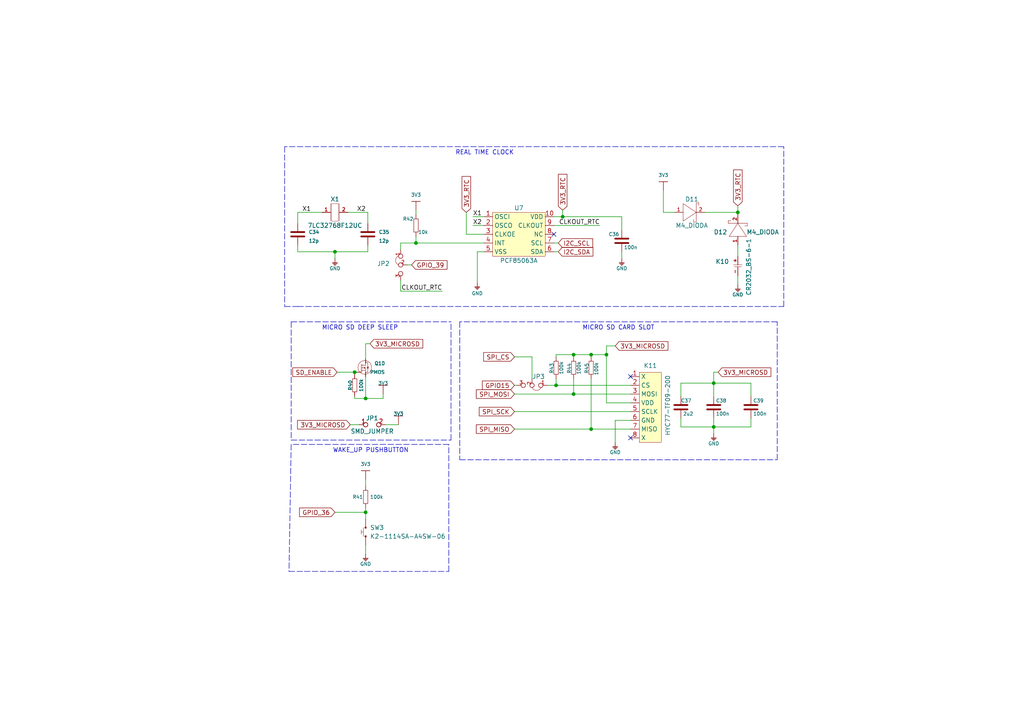
<source format=kicad_sch>
(kicad_sch (version 20211123) (generator eeschema)

  (uuid 79b7ef58-c688-4b2b-9457-04f0b32668ee)

  (paper "A4")

  (title_block
    (title "Inkplate 10")
    (rev "V1.2.0.")
    (company "SOLDERED")
  )

  (lib_symbols
    (symbol "e-radionica.com schematics:0603C" (pin_numbers hide) (pin_names (offset 0.002)) (in_bom yes) (on_board yes)
      (property "Reference" "C" (id 0) (at 0 3.81 0)
        (effects (font (size 1 1)))
      )
      (property "Value" "0603C" (id 1) (at 0 -3.175 0)
        (effects (font (size 1 1)))
      )
      (property "Footprint" "e-radionica.com footprinti:0603C" (id 2) (at 0.635 -4.445 0)
        (effects (font (size 1 1)) hide)
      )
      (property "Datasheet" "" (id 3) (at 0 0 0)
        (effects (font (size 1 1)) hide)
      )
      (symbol "0603C_0_1"
        (polyline
          (pts
            (xy -0.635 1.905)
            (xy -0.635 -1.905)
          )
          (stroke (width 0.5) (type default) (color 0 0 0 0))
          (fill (type none))
        )
        (polyline
          (pts
            (xy 0.635 1.905)
            (xy 0.635 -1.905)
          )
          (stroke (width 0.5) (type default) (color 0 0 0 0))
          (fill (type none))
        )
      )
      (symbol "0603C_1_1"
        (pin passive line (at -3.175 0 0) (length 2.54)
          (name "~" (effects (font (size 1.27 1.27))))
          (number "1" (effects (font (size 1.27 1.27))))
        )
        (pin passive line (at 3.175 0 180) (length 2.54)
          (name "~" (effects (font (size 1.27 1.27))))
          (number "2" (effects (font (size 1.27 1.27))))
        )
      )
    )
    (symbol "e-radionica.com schematics:0603R" (pin_numbers hide) (pin_names (offset 0.254)) (in_bom yes) (on_board yes)
      (property "Reference" "R" (id 0) (at 0 1.27 0)
        (effects (font (size 1 1)))
      )
      (property "Value" "0603R" (id 1) (at 0 -1.905 0)
        (effects (font (size 1 1)))
      )
      (property "Footprint" "e-radionica.com footprinti:0603R" (id 2) (at 0 -3.81 0)
        (effects (font (size 1 1)) hide)
      )
      (property "Datasheet" "" (id 3) (at -0.635 1.905 0)
        (effects (font (size 1 1)) hide)
      )
      (symbol "0603R_0_1"
        (rectangle (start -1.905 -0.635) (end 1.905 -0.6604)
          (stroke (width 0.1) (type default) (color 0 0 0 0))
          (fill (type none))
        )
        (rectangle (start -1.905 0.635) (end -1.8796 -0.635)
          (stroke (width 0.1) (type default) (color 0 0 0 0))
          (fill (type none))
        )
        (rectangle (start -1.905 0.635) (end 1.905 0.6096)
          (stroke (width 0.1) (type default) (color 0 0 0 0))
          (fill (type none))
        )
        (rectangle (start 1.905 0.635) (end 1.9304 -0.635)
          (stroke (width 0.1) (type default) (color 0 0 0 0))
          (fill (type none))
        )
      )
      (symbol "0603R_1_1"
        (pin passive line (at -3.175 0 0) (length 1.27)
          (name "~" (effects (font (size 1.27 1.27))))
          (number "1" (effects (font (size 1.27 1.27))))
        )
        (pin passive line (at 3.175 0 180) (length 1.27)
          (name "~" (effects (font (size 1.27 1.27))))
          (number "2" (effects (font (size 1.27 1.27))))
        )
      )
    )
    (symbol "e-radionica.com schematics:3V3" (power) (pin_names (offset 0)) (in_bom yes) (on_board yes)
      (property "Reference" "#PWR" (id 0) (at 4.445 0 0)
        (effects (font (size 1 1)) hide)
      )
      (property "Value" "3V3" (id 1) (at 0 3.556 0)
        (effects (font (size 1 1)))
      )
      (property "Footprint" "" (id 2) (at 4.445 3.81 0)
        (effects (font (size 1 1)) hide)
      )
      (property "Datasheet" "" (id 3) (at 4.445 3.81 0)
        (effects (font (size 1 1)) hide)
      )
      (property "ki_keywords" "power-flag" (id 4) (at 0 0 0)
        (effects (font (size 1.27 1.27)) hide)
      )
      (property "ki_description" "Power symbol creates a global label with name \"3V3\"" (id 5) (at 0 0 0)
        (effects (font (size 1.27 1.27)) hide)
      )
      (symbol "3V3_0_1"
        (polyline
          (pts
            (xy -1.27 2.54)
            (xy 1.27 2.54)
          )
          (stroke (width 0.16) (type default) (color 0 0 0 0))
          (fill (type none))
        )
        (polyline
          (pts
            (xy 0 0)
            (xy 0 2.54)
          )
          (stroke (width 0) (type default) (color 0 0 0 0))
          (fill (type none))
        )
      )
      (symbol "3V3_1_1"
        (pin power_in line (at 0 0 90) (length 0) hide
          (name "3V3" (effects (font (size 1.27 1.27))))
          (number "1" (effects (font (size 1.27 1.27))))
        )
      )
    )
    (symbol "e-radionica.com schematics:ABS07AIG-32.768KHZ-7-D-T" (in_bom yes) (on_board yes)
      (property "Reference" "X" (id 0) (at 0 3.81 0)
        (effects (font (size 1.27 1.27)))
      )
      (property "Value" "ABS07AIG-32.768KHZ-7-D-T" (id 1) (at 0 -3.81 0)
        (effects (font (size 1.27 1.27)))
      )
      (property "Footprint" "e-radionica.com footprinti:ABS07AIG-32.768KHZ-7-D-T" (id 2) (at 0 0 0)
        (effects (font (size 1.27 1.27)) hide)
      )
      (property "Datasheet" "" (id 3) (at 0 0 0)
        (effects (font (size 1.27 1.27)) hide)
      )
      (symbol "ABS07AIG-32.768KHZ-7-D-T_0_1"
        (polyline
          (pts
            (xy -1.27 2.54)
            (xy -1.27 -2.54)
          )
          (stroke (width 0.0006) (type default) (color 0 0 0 0))
          (fill (type none))
        )
        (polyline
          (pts
            (xy 1.27 2.54)
            (xy 1.27 -2.54)
            (xy 1.27 -1.27)
          )
          (stroke (width 0.0006) (type default) (color 0 0 0 0))
          (fill (type none))
        )
        (polyline
          (pts
            (xy -1.016 2.54)
            (xy -1.016 -2.54)
            (xy 1.016 -2.54)
            (xy 1.016 2.54)
            (xy -1.016 2.54)
            (xy 0.762 2.54)
          )
          (stroke (width 0.0006) (type default) (color 0 0 0 0))
          (fill (type none))
        )
      )
      (symbol "ABS07AIG-32.768KHZ-7-D-T_1_1"
        (pin passive line (at -3.81 0 0) (length 2.54)
          (name "~" (effects (font (size 1 1))))
          (number "1" (effects (font (size 1 1))))
        )
        (pin passive line (at 3.81 0 180) (length 2.54)
          (name "~" (effects (font (size 1 1))))
          (number "2" (effects (font (size 1 1))))
        )
      )
    )
    (symbol "e-radionica.com schematics:CR2032_BS-6-1" (in_bom yes) (on_board yes)
      (property "Reference" "K" (id 0) (at 0 2.54 0)
        (effects (font (size 1.27 1.27)))
      )
      (property "Value" "CR2032_BS-6-1" (id 1) (at 0 -2.54 0)
        (effects (font (size 1.27 1.27)))
      )
      (property "Footprint" "e-radionica.com footprinti:CR2032-BS-6-1" (id 2) (at 0 -5.08 0)
        (effects (font (size 1.27 1.27)) hide)
      )
      (property "Datasheet" "" (id 3) (at 0 0 0)
        (effects (font (size 1.27 1.27)) hide)
      )
      (property "ki_keywords" "CR2032 BS-6" (id 4) (at 0 0 0)
        (effects (font (size 1.27 1.27)) hide)
      )
      (property "ki_description" "CR2032 HOLDER" (id 5) (at 0 0 0)
        (effects (font (size 1.27 1.27)) hide)
      )
      (symbol "CR2032_BS-6-1_0_1"
        (polyline
          (pts
            (xy 0 -1.27)
            (xy 0 1.27)
            (xy 0 -0.762)
          )
          (stroke (width 0.1) (type default) (color 0 0 0 0))
          (fill (type none))
        )
        (polyline
          (pts
            (xy 0.508 1.016)
            (xy 0.508 -1.016)
            (xy 0.508 -0.762)
          )
          (stroke (width 0.1) (type default) (color 0 0 0 0))
          (fill (type none))
        )
      )
      (symbol "CR2032_BS-6-1_1_1"
        (pin input line (at -2.54 0 0) (length 2.54)
          (name "" (effects (font (size 1 1))))
          (number "+" (effects (font (size 1 1))))
        )
        (pin output line (at 3.175 0 180) (length 2.54)
          (name "" (effects (font (size 1 1))))
          (number "-" (effects (font (size 1 1))))
        )
      )
    )
    (symbol "e-radionica.com schematics:GND" (power) (pin_names (offset 0)) (in_bom yes) (on_board yes)
      (property "Reference" "#PWR" (id 0) (at 4.445 0 0)
        (effects (font (size 1 1)) hide)
      )
      (property "Value" "GND" (id 1) (at 0 -2.921 0)
        (effects (font (size 1 1)))
      )
      (property "Footprint" "" (id 2) (at 4.445 3.81 0)
        (effects (font (size 1 1)) hide)
      )
      (property "Datasheet" "" (id 3) (at 4.445 3.81 0)
        (effects (font (size 1 1)) hide)
      )
      (property "ki_keywords" "power-flag" (id 4) (at 0 0 0)
        (effects (font (size 1.27 1.27)) hide)
      )
      (property "ki_description" "Power symbol creates a global label with name \"GND\"" (id 5) (at 0 0 0)
        (effects (font (size 1.27 1.27)) hide)
      )
      (symbol "GND_0_1"
        (polyline
          (pts
            (xy -0.762 -1.27)
            (xy 0.762 -1.27)
          )
          (stroke (width 0.16) (type default) (color 0 0 0 0))
          (fill (type none))
        )
        (polyline
          (pts
            (xy -0.635 -1.524)
            (xy 0.635 -1.524)
          )
          (stroke (width 0.16) (type default) (color 0 0 0 0))
          (fill (type none))
        )
        (polyline
          (pts
            (xy -0.381 -1.778)
            (xy 0.381 -1.778)
          )
          (stroke (width 0.16) (type default) (color 0 0 0 0))
          (fill (type none))
        )
        (polyline
          (pts
            (xy -0.127 -2.032)
            (xy 0.127 -2.032)
          )
          (stroke (width 0.16) (type default) (color 0 0 0 0))
          (fill (type none))
        )
        (polyline
          (pts
            (xy 0 0)
            (xy 0 -1.27)
          )
          (stroke (width 0.16) (type default) (color 0 0 0 0))
          (fill (type none))
        )
      )
      (symbol "GND_1_1"
        (pin power_in line (at 0 0 270) (length 0) hide
          (name "GND" (effects (font (size 1.27 1.27))))
          (number "1" (effects (font (size 1.27 1.27))))
        )
      )
    )
    (symbol "e-radionica.com schematics:HYC77-TF09-200" (in_bom yes) (on_board yes)
      (property "Reference" "K" (id 0) (at 0 11.43 0)
        (effects (font (size 1.27 1.27)))
      )
      (property "Value" "HYC77-TF09-200" (id 1) (at 0 -11.43 0)
        (effects (font (size 1.27 1.27)))
      )
      (property "Footprint" "e-radionica.com footprinti:HYC77-TF09-200" (id 2) (at 0 -13.97 0)
        (effects (font (size 1.27 1.27)) hide)
      )
      (property "Datasheet" "" (id 3) (at -1.27 5.08 0)
        (effects (font (size 1.27 1.27)) hide)
      )
      (property "ki_keywords" "micro SD card holder" (id 4) (at 0 0 0)
        (effects (font (size 1.27 1.27)) hide)
      )
      (property "ki_description" "Micro SDcard holder" (id 5) (at 0 0 0)
        (effects (font (size 1.27 1.27)) hide)
      )
      (symbol "HYC77-TF09-200_0_1"
        (rectangle (start -2.54 10.16) (end 3.81 -10.16)
          (stroke (width 0.1) (type default) (color 0 0 0 0))
          (fill (type background))
        )
      )
      (symbol "HYC77-TF09-200_1_1"
        (pin bidirectional line (at -5.08 8.89 0) (length 2.54)
          (name "X" (effects (font (size 1.27 1.27))))
          (number "1" (effects (font (size 1.27 1.27))))
        )
        (pin bidirectional line (at -5.08 6.35 0) (length 2.54)
          (name "CS" (effects (font (size 1.27 1.27))))
          (number "2" (effects (font (size 1.27 1.27))))
        )
        (pin bidirectional line (at -5.08 3.81 0) (length 2.54)
          (name "MOSI" (effects (font (size 1.27 1.27))))
          (number "3" (effects (font (size 1.27 1.27))))
        )
        (pin bidirectional line (at -5.08 1.27 0) (length 2.54)
          (name "VDD" (effects (font (size 1.27 1.27))))
          (number "4" (effects (font (size 1.27 1.27))))
        )
        (pin bidirectional line (at -5.08 -1.27 0) (length 2.54)
          (name "SCLK" (effects (font (size 1.27 1.27))))
          (number "5" (effects (font (size 1.27 1.27))))
        )
        (pin bidirectional line (at -5.08 -3.81 0) (length 2.54)
          (name "GND" (effects (font (size 1.27 1.27))))
          (number "6" (effects (font (size 1.27 1.27))))
        )
        (pin bidirectional line (at -5.08 -6.35 0) (length 2.54)
          (name "MISO" (effects (font (size 1.27 1.27))))
          (number "7" (effects (font (size 1.27 1.27))))
        )
        (pin bidirectional line (at -5.08 -8.89 0) (length 2.54)
          (name "X" (effects (font (size 1.27 1.27))))
          (number "8" (effects (font (size 1.27 1.27))))
        )
      )
    )
    (symbol "e-radionica.com schematics:K2-1114SA-A4SW-06" (pin_numbers hide) (pin_names hide) (in_bom yes) (on_board yes)
      (property "Reference" "SW" (id 0) (at 0 2.54 0)
        (effects (font (size 1.27 1.27)))
      )
      (property "Value" "K2-1114SA-A4SW-06" (id 1) (at 0 -2.54 0)
        (effects (font (size 1.27 1.27)))
      )
      (property "Footprint" "e-radionica.com footprinti:K2-1114SA-A4SW-06" (id 2) (at 0 -5.08 0)
        (effects (font (size 1.27 1.27)) hide)
      )
      (property "Datasheet" "" (id 3) (at 1.27 17.78 0)
        (effects (font (size 1.27 1.27)) hide)
      )
      (symbol "K2-1114SA-A4SW-06_0_1"
        (circle (center -1.27 0) (radius 0.254)
          (stroke (width 0.001) (type default) (color 0 0 0 0))
          (fill (type outline))
        )
        (polyline
          (pts
            (xy -1.27 0.635)
            (xy 1.27 0.635)
          )
          (stroke (width 0.1) (type default) (color 0 0 0 0))
          (fill (type none))
        )
        (polyline
          (pts
            (xy 0 0.635)
            (xy 0 1.27)
          )
          (stroke (width 0.0006) (type default) (color 0 0 0 0))
          (fill (type none))
        )
        (polyline
          (pts
            (xy 0.635 1.27)
            (xy -0.635 1.27)
          )
          (stroke (width 0.1) (type default) (color 0 0 0 0))
          (fill (type none))
        )
        (circle (center 1.27 0) (radius 0.254)
          (stroke (width 0.001) (type default) (color 0 0 0 0))
          (fill (type outline))
        )
      )
      (symbol "K2-1114SA-A4SW-06_1_1"
        (pin passive line (at -3.81 0 0) (length 2.54)
          (name "~" (effects (font (size 1 1))))
          (number "1" (effects (font (size 1 1))))
        )
        (pin passive line (at 3.81 0 180) (length 2.54)
          (name "~" (effects (font (size 1 1))))
          (number "2" (effects (font (size 1 1))))
        )
      )
    )
    (symbol "e-radionica.com schematics:M4_DIODA" (pin_names hide) (in_bom yes) (on_board yes)
      (property "Reference" "D" (id 0) (at 0 3.81 0)
        (effects (font (size 1.27 1.27)))
      )
      (property "Value" "M4_DIODA" (id 1) (at 0 -4.572 0)
        (effects (font (size 1.27 1.27)))
      )
      (property "Footprint" "e-radionica.com footprinti:M4_DIODA" (id 2) (at 0 -6.35 0)
        (effects (font (size 1.27 1.27)) hide)
      )
      (property "Datasheet" "" (id 3) (at 0 0 0)
        (effects (font (size 1.27 1.27)) hide)
      )
      (symbol "M4_DIODA_0_1"
        (polyline
          (pts
            (xy -2.54 2.54)
            (xy -2.54 -2.54)
            (xy 1.27 0)
            (xy -2.54 2.54)
          )
          (stroke (width 0.1) (type default) (color 0 0 0 0))
          (fill (type none))
        )
        (polyline
          (pts
            (xy 1.27 2.794)
            (xy 1.27 -2.794)
            (xy 0.508 -2.794)
            (xy 0.508 -2.032)
          )
          (stroke (width 0.1) (type default) (color 0 0 0 0))
          (fill (type none))
        )
        (polyline
          (pts
            (xy 1.27 2.794)
            (xy 2.032 2.794)
            (xy 2.032 2.032)
            (xy 2.032 2.54)
          )
          (stroke (width 0.1) (type default) (color 0 0 0 0))
          (fill (type none))
        )
      )
      (symbol "M4_DIODA_1_1"
        (pin passive line (at -5.08 0 0) (length 2.54)
          (name "A" (effects (font (size 1 1))))
          (number "1" (effects (font (size 1 1))))
        )
        (pin passive line (at 3.81 0 180) (length 2.54)
          (name "K" (effects (font (size 1 1))))
          (number "2" (effects (font (size 1 1))))
        )
      )
    )
    (symbol "e-radionica.com schematics:PCF85063A" (in_bom yes) (on_board yes)
      (property "Reference" "U" (id 0) (at 0 7.62 0)
        (effects (font (size 1.27 1.27)))
      )
      (property "Value" "PCF85063A" (id 1) (at 0 -7.62 0)
        (effects (font (size 1.27 1.27)))
      )
      (property "Footprint" "e-radionica.com footprinti:PCF85063A" (id 2) (at 0 -10.16 0)
        (effects (font (size 1.27 1.27)) hide)
      )
      (property "Datasheet" "" (id 3) (at -6.35 2.54 0)
        (effects (font (size 1.27 1.27)) hide)
      )
      (symbol "PCF85063A_0_1"
        (rectangle (start -7.62 6.35) (end 7.62 -6.35)
          (stroke (width 0.1) (type default) (color 0 0 0 0))
          (fill (type background))
        )
      )
      (symbol "PCF85063A_1_1"
        (pin passive line (at -10.16 5.08 0) (length 2.54)
          (name "OSCI" (effects (font (size 1.27 1.27))))
          (number "1" (effects (font (size 1.27 1.27))))
        )
        (pin passive line (at 10.16 5.08 180) (length 2.54)
          (name "VDD" (effects (font (size 1.27 1.27))))
          (number "10" (effects (font (size 1.27 1.27))))
        )
        (pin passive line (at -10.16 2.54 0) (length 2.54)
          (name "OSCO" (effects (font (size 1.27 1.27))))
          (number "2" (effects (font (size 1.27 1.27))))
        )
        (pin passive line (at -10.16 0 0) (length 2.54)
          (name "CLKOE" (effects (font (size 1.27 1.27))))
          (number "3" (effects (font (size 1.27 1.27))))
        )
        (pin passive line (at -10.16 -2.54 0) (length 2.54)
          (name "INT" (effects (font (size 1.27 1.27))))
          (number "4" (effects (font (size 1.27 1.27))))
        )
        (pin passive line (at -10.16 -5.08 0) (length 2.54)
          (name "VSS" (effects (font (size 1.27 1.27))))
          (number "5" (effects (font (size 1.27 1.27))))
        )
        (pin passive line (at 10.16 -5.08 180) (length 2.54)
          (name "SDA" (effects (font (size 1.27 1.27))))
          (number "6" (effects (font (size 1.27 1.27))))
        )
        (pin passive line (at 10.16 -2.54 180) (length 2.54)
          (name "SCL" (effects (font (size 1.27 1.27))))
          (number "7" (effects (font (size 1.27 1.27))))
        )
        (pin passive line (at 10.16 0 180) (length 2.54)
          (name "NC" (effects (font (size 1.27 1.27))))
          (number "8" (effects (font (size 1.27 1.27))))
        )
        (pin passive line (at 10.16 2.54 180) (length 2.54)
          (name "CLKOUT" (effects (font (size 1.27 1.27))))
          (number "9" (effects (font (size 1.27 1.27))))
        )
      )
    )
    (symbol "e-radionica.com schematics:PMOS-SOT-23-3" (pin_numbers hide) (pin_names hide) (in_bom yes) (on_board yes)
      (property "Reference" "Q" (id 0) (at -1.27 2.54 0)
        (effects (font (size 1 1)))
      )
      (property "Value" "PMOS-SOT-23-3" (id 1) (at 0.381 -4.064 0)
        (effects (font (size 1 1)))
      )
      (property "Footprint" "e-radionica.com footprinti:SOT-23-3" (id 2) (at 1.27 -7.62 0)
        (effects (font (size 1 1)) hide)
      )
      (property "Datasheet" "" (id 3) (at 0 0 0)
        (effects (font (size 1 1)) hide)
      )
      (symbol "PMOS-SOT-23-3_0_1"
        (polyline
          (pts
            (xy 0 -1.27)
            (xy 0 1.016)
          )
          (stroke (width 0.1) (type default) (color 0 0 0 0))
          (fill (type none))
        )
        (polyline
          (pts
            (xy 0.254 -1.016)
            (xy 0.254 -0.508)
          )
          (stroke (width 0.1) (type default) (color 0 0 0 0))
          (fill (type none))
        )
        (polyline
          (pts
            (xy 0.254 -0.762)
            (xy 1.27 -0.762)
          )
          (stroke (width 0.1) (type default) (color 0 0 0 0))
          (fill (type none))
        )
        (polyline
          (pts
            (xy 0.254 -0.254)
            (xy 0.254 0.254)
          )
          (stroke (width 0.1) (type default) (color 0 0 0 0))
          (fill (type none))
        )
        (polyline
          (pts
            (xy 0.254 0.762)
            (xy 1.27 0.762)
          )
          (stroke (width 0.1) (type default) (color 0 0 0 0))
          (fill (type none))
        )
        (polyline
          (pts
            (xy 0.254 1.016)
            (xy 0.254 0.508)
          )
          (stroke (width 0.1) (type default) (color 0 0 0 0))
          (fill (type none))
        )
        (polyline
          (pts
            (xy 1.27 -1.27)
            (xy 1.27 -0.762)
          )
          (stroke (width 0.1) (type default) (color 0 0 0 0))
          (fill (type none))
        )
        (polyline
          (pts
            (xy 1.27 0.762)
            (xy 1.27 1.27)
          )
          (stroke (width 0.1) (type default) (color 0 0 0 0))
          (fill (type none))
        )
        (polyline
          (pts
            (xy 2.159 -0.127)
            (xy 1.651 -0.127)
          )
          (stroke (width 0.1) (type default) (color 0 0 0 0))
          (fill (type none))
        )
        (polyline
          (pts
            (xy 2.159 0.254)
            (xy 1.905 -0.127)
          )
          (stroke (width 0.1) (type default) (color 0 0 0 0))
          (fill (type none))
        )
        (polyline
          (pts
            (xy 0.254 0)
            (xy 1.27 0)
            (xy 1.27 -0.762)
          )
          (stroke (width 0.1) (type default) (color 0 0 0 0))
          (fill (type none))
        )
        (polyline
          (pts
            (xy 2.159 0.254)
            (xy 1.651 0.254)
            (xy 1.905 -0.127)
          )
          (stroke (width 0.1) (type default) (color 0 0 0 0))
          (fill (type none))
        )
        (polyline
          (pts
            (xy 1.143 0)
            (xy 0.889 -0.254)
            (xy 0.889 0.254)
            (xy 1.143 0)
          )
          (stroke (width 0.1) (type default) (color 0 0 0 0))
          (fill (type none))
        )
        (polyline
          (pts
            (xy 1.27 -1.27)
            (xy 1.905 -1.27)
            (xy 1.905 1.524)
            (xy 1.27 1.524)
          )
          (stroke (width 0.1) (type default) (color 0 0 0 0))
          (fill (type none))
        )
        (circle (center 1.016 0.127) (radius 1.9716)
          (stroke (width 0.1) (type default) (color 0 0 0 0))
          (fill (type none))
        )
      )
      (symbol "PMOS-SOT-23-3_1_1"
        (pin passive line (at -1.27 -1.27 0) (length 1.27)
          (name "G" (effects (font (size 1 1))))
          (number "1" (effects (font (size 1 1))))
        )
        (pin passive line (at 1.27 -2.54 90) (length 1.27)
          (name "S" (effects (font (size 1 1))))
          (number "2" (effects (font (size 1 1))))
        )
        (pin passive line (at 1.27 2.54 270) (length 1.27)
          (name "D" (effects (font (size 1 1))))
          (number "3" (effects (font (size 1 1))))
        )
      )
    )
    (symbol "e-radionica.com schematics:SMD_JUMPER" (in_bom yes) (on_board yes)
      (property "Reference" "JP" (id 0) (at 0 1.397 0)
        (effects (font (size 1.27 1.27)))
      )
      (property "Value" "SMD_JUMPER" (id 1) (at 0 -2.54 0)
        (effects (font (size 1.27 1.27)))
      )
      (property "Footprint" "e-radionica.com footprinti:SMD_JUMPER" (id 2) (at 0 -5.08 0)
        (effects (font (size 1.27 1.27)) hide)
      )
      (property "Datasheet" "" (id 3) (at 0 0 0)
        (effects (font (size 1.27 1.27)) hide)
      )
      (symbol "SMD_JUMPER_1_1"
        (pin passive inverted (at -3.81 0 0) (length 2.54)
          (name "" (effects (font (size 1.27 1.27))))
          (number "1" (effects (font (size 1.27 1.27))))
        )
        (pin passive inverted (at 3.81 0 180) (length 2.54)
          (name "" (effects (font (size 1.27 1.27))))
          (number "2" (effects (font (size 1.27 1.27))))
        )
      )
    )
    (symbol "e-radionica.com schematics:SMD_JUMPER_3_PAD_CONNECTED_LEFT_TRACE" (in_bom yes) (on_board yes)
      (property "Reference" "JP" (id 0) (at 0 3.81 0)
        (effects (font (size 1.27 1.27)))
      )
      (property "Value" "SMD_JUMPER_3_PAD_CONNECTED_LEFT_TRACE" (id 1) (at -1.27 -7.62 0)
        (effects (font (size 1.27 1.27)) hide)
      )
      (property "Footprint" "e-radionica.com footprinti:SMD_JUMPER_3_PAD_CONNECTED_LEFT_TRACE" (id 2) (at 2.54 -12.7 0)
        (effects (font (size 1.27 1.27)) hide)
      )
      (property "Datasheet" "" (id 3) (at 0 0 0)
        (effects (font (size 1.27 1.27)) hide)
      )
      (symbol "SMD_JUMPER_3_PAD_CONNECTED_LEFT_TRACE_0_1"
        (arc (start -0.635 0.5842) (mid -1.9346 1.472) (end -3.2512 0.6096)
          (stroke (width 0.1) (type default) (color 0 0 0 0))
          (fill (type none))
        )
      )
      (symbol "SMD_JUMPER_3_PAD_CONNECTED_LEFT_TRACE_1_1"
        (pin passive inverted (at -5.08 0 0) (length 2.54)
          (name "" (effects (font (size 1 1))))
          (number "1" (effects (font (size 1 1))))
        )
        (pin passive inverted (at -0.635 -1.905 90) (length 2.54)
          (name "" (effects (font (size 1 1))))
          (number "2" (effects (font (size 1 1))))
        )
        (pin passive inverted (at 3.81 0 180) (length 2.54)
          (name "" (effects (font (size 1 1))))
          (number "3" (effects (font (size 1 1))))
        )
      )
    )
  )

  (junction (at 171.45 102.87) (diameter 0) (color 0 0 0 0)
    (uuid 0bfd93fe-9500-4acd-80a7-b647ac07a905)
  )
  (junction (at 166.37 114.3) (diameter 0) (color 0 0 0 0)
    (uuid 0c232ead-ff27-47b2-991f-723c1611e9d3)
  )
  (junction (at 106.045 148.59) (diameter 0) (color 0 0 0 0)
    (uuid 175b7a4e-4fe5-451e-96bf-e549134ef222)
  )
  (junction (at 106.045 115.57) (diameter 0) (color 0 0 0 0)
    (uuid 24294bc2-630c-4f0e-8d41-9f47de48ff88)
  )
  (junction (at 171.45 124.46) (diameter 0) (color 0 0 0 0)
    (uuid 3b6000f9-5eba-4ee8-ab75-c5e0c589f7ac)
  )
  (junction (at 161.29 111.76) (diameter 0) (color 0 0 0 0)
    (uuid 479b57c1-620b-4dc5-a605-591f34599c68)
  )
  (junction (at 213.995 61.595) (diameter 0) (color 0 0 0 0)
    (uuid 641026af-becd-40d8-816d-e62ca8f758f9)
  )
  (junction (at 120.65 70.485) (diameter 0) (color 0 0 0 0)
    (uuid 6572f79c-a891-4f99-8c41-8663cdb04a9d)
  )
  (junction (at 163.195 62.865) (diameter 0) (color 0 0 0 0)
    (uuid 67b32a80-eee6-44a8-8cb8-222d30659495)
  )
  (junction (at 102.87 107.95) (diameter 0) (color 0 0 0 0)
    (uuid 9a116823-3062-4ebb-a389-3a5daafdc20f)
  )
  (junction (at 207.01 123.825) (diameter 0) (color 0 0 0 0)
    (uuid 9d228f62-3441-4ee7-b8d5-7566552a732f)
  )
  (junction (at 207.01 111.125) (diameter 0) (color 0 0 0 0)
    (uuid c6d43b06-1fac-498d-997e-e34f0d65fe4e)
  )
  (junction (at 97.155 73.025) (diameter 0) (color 0 0 0 0)
    (uuid d5391dc2-8479-40f0-bf3c-55209689384a)
  )
  (junction (at 175.895 102.87) (diameter 0) (color 0 0 0 0)
    (uuid e1e607a1-8167-4d0d-93db-c92225fa10cf)
  )
  (junction (at 166.37 102.87) (diameter 0) (color 0 0 0 0)
    (uuid fb73a63a-1ab3-4f3e-9103-7d550dd00054)
  )

  (no_connect (at 182.88 109.22) (uuid 9dc26dd4-9485-4c89-8190-57f815ca67ec))
  (no_connect (at 160.655 67.945) (uuid c036b9c3-8cab-42f8-9045-7ea484b03c39))
  (no_connect (at 182.88 127) (uuid ceab70ac-d16e-4fdf-81b3-35dd4d8d0338))

  (polyline (pts (xy 133.35 133.35) (xy 225.425 133.35))
    (stroke (width 0) (type default) (color 0 0 0 0))
    (uuid 021edd5e-8afc-4d53-9fb0-2737fb1b2487)
  )

  (wire (pts (xy 140.335 67.945) (xy 135.255 67.945))
    (stroke (width 0) (type default) (color 0 0 0 0))
    (uuid 022141f8-8d34-42da-90a3-0e645e6a450a)
  )
  (wire (pts (xy 213.995 71.12) (xy 213.995 74.295))
    (stroke (width 0) (type default) (color 0 0 0 0))
    (uuid 0299734f-e7ce-4268-90db-3b03be888986)
  )
  (wire (pts (xy 213.995 59.69) (xy 213.995 61.595))
    (stroke (width 0) (type default) (color 0 0 0 0))
    (uuid 046e4368-b984-48aa-911f-9759a2878d09)
  )
  (wire (pts (xy 161.29 109.855) (xy 161.29 111.76))
    (stroke (width 0) (type default) (color 0 0 0 0))
    (uuid 07c0e51c-bc6d-4ec3-9c64-de3992317ac5)
  )
  (wire (pts (xy 197.485 114.935) (xy 197.485 111.125))
    (stroke (width 0) (type default) (color 0 0 0 0))
    (uuid 099d516e-e276-4cb6-9b94-5e1ed717d739)
  )
  (wire (pts (xy 217.805 114.935) (xy 217.805 111.125))
    (stroke (width 0) (type default) (color 0 0 0 0))
    (uuid 0b838f41-52a5-4a39-8cde-32badf8b65cb)
  )
  (wire (pts (xy 192.405 61.595) (xy 195.58 61.595))
    (stroke (width 0) (type default) (color 0 0 0 0))
    (uuid 10f95310-255b-493c-ac24-50ebb7de2e30)
  )
  (wire (pts (xy 149.225 114.3) (xy 166.37 114.3))
    (stroke (width 0) (type default) (color 0 0 0 0))
    (uuid 11f9f76f-c5b2-4717-9878-21dfb3028489)
  )
  (wire (pts (xy 106.045 147.32) (xy 106.045 148.59))
    (stroke (width 0) (type default) (color 0 0 0 0))
    (uuid 1523605c-ea7c-4638-9416-964bb1cbdd2a)
  )
  (wire (pts (xy 207.01 107.95) (xy 207.01 111.125))
    (stroke (width 0) (type default) (color 0 0 0 0))
    (uuid 194821cc-f831-4cfb-a53f-4c34ae368a9c)
  )
  (polyline (pts (xy 227.33 88.9) (xy 227.33 42.545))
    (stroke (width 0) (type default) (color 0 0 0 0))
    (uuid 1bc85c48-0f26-4152-ae91-3e00f58c1d12)
  )

  (wire (pts (xy 101.6 123.19) (xy 104.14 123.19))
    (stroke (width 0) (type default) (color 0 0 0 0))
    (uuid 224135e6-6691-4ff6-a48b-32bf5869dc61)
  )
  (wire (pts (xy 160.655 70.485) (xy 161.925 70.485))
    (stroke (width 0) (type default) (color 0 0 0 0))
    (uuid 25346446-69a2-4f4a-9516-e170aa397cfc)
  )
  (polyline (pts (xy 225.425 133.35) (xy 225.425 93.345))
    (stroke (width 0) (type default) (color 0 0 0 0))
    (uuid 25f6dad3-32fe-4ab0-9e52-2f71d68316ab)
  )
  (polyline (pts (xy 84.455 93.345) (xy 130.81 93.345))
    (stroke (width 0) (type default) (color 0 0 0 0))
    (uuid 26d3a537-f50d-4c9e-9836-6833fe80f5b7)
  )

  (wire (pts (xy 106.045 148.59) (xy 106.045 150.495))
    (stroke (width 0) (type default) (color 0 0 0 0))
    (uuid 2918ae1c-cd1d-4421-b73f-4bfbb5c5e58f)
  )
  (wire (pts (xy 207.01 121.285) (xy 207.01 123.825))
    (stroke (width 0) (type default) (color 0 0 0 0))
    (uuid 2a1d1e00-53ac-49b3-b15d-52f95724372a)
  )
  (polyline (pts (xy 130.175 128.905) (xy 84.455 128.905))
    (stroke (width 0) (type default) (color 0 0 0 0))
    (uuid 2e858d61-dc88-49dc-88ee-08a1697b33c4)
  )

  (wire (pts (xy 217.805 111.125) (xy 207.01 111.125))
    (stroke (width 0) (type default) (color 0 0 0 0))
    (uuid 2f170ebb-360f-4dbd-8da2-4df91f0461f5)
  )
  (wire (pts (xy 120.65 70.485) (xy 140.335 70.485))
    (stroke (width 0) (type default) (color 0 0 0 0))
    (uuid 31059eec-9b80-46c9-aee7-c2bcbf2b0cf6)
  )
  (wire (pts (xy 161.29 102.87) (xy 166.37 102.87))
    (stroke (width 0) (type default) (color 0 0 0 0))
    (uuid 31943843-ff6b-4e8d-ba9e-5a08a32613d6)
  )
  (wire (pts (xy 175.895 102.87) (xy 171.45 102.87))
    (stroke (width 0) (type default) (color 0 0 0 0))
    (uuid 34c38d6c-c5b9-403f-a5c8-c22f06a6a51a)
  )
  (polyline (pts (xy 82.55 88.9) (xy 86.36 88.9))
    (stroke (width 0) (type default) (color 0 0 0 0))
    (uuid 34c91376-048a-4b80-8f20-f96276b5b517)
  )

  (wire (pts (xy 102.87 107.95) (xy 103.505 107.95))
    (stroke (width 0) (type default) (color 0 0 0 0))
    (uuid 35260185-3102-4255-babc-a9eaa50bda4c)
  )
  (wire (pts (xy 120.65 60.96) (xy 120.65 62.23))
    (stroke (width 0) (type default) (color 0 0 0 0))
    (uuid 385a2703-9922-4002-8f38-8650ae08dcd3)
  )
  (wire (pts (xy 207.01 111.125) (xy 207.01 114.935))
    (stroke (width 0) (type default) (color 0 0 0 0))
    (uuid 39ea8354-b988-4ae4-8120-586a650b1c06)
  )
  (wire (pts (xy 106.045 139.065) (xy 106.045 140.97))
    (stroke (width 0) (type default) (color 0 0 0 0))
    (uuid 3cc4b45a-f617-4fdb-830a-b23bf86712bb)
  )
  (polyline (pts (xy 84.455 128.905) (xy 83.82 165.735))
    (stroke (width 0) (type default) (color 0 0 0 0))
    (uuid 41bf19e5-ee10-4b8e-866c-81d3fbc7a855)
  )

  (wire (pts (xy 180.34 62.865) (xy 180.34 66.675))
    (stroke (width 0) (type default) (color 0 0 0 0))
    (uuid 465d03c9-8a55-4e8f-84cb-dd9ce359177d)
  )
  (wire (pts (xy 137.16 65.405) (xy 140.335 65.405))
    (stroke (width 0) (type default) (color 0 0 0 0))
    (uuid 4c685ec1-d1f2-4b1e-927c-66c64910d336)
  )
  (wire (pts (xy 197.485 111.125) (xy 207.01 111.125))
    (stroke (width 0) (type default) (color 0 0 0 0))
    (uuid 4d65c1a8-6c7e-4b1c-bcef-ce44ed700799)
  )
  (wire (pts (xy 116.205 70.485) (xy 116.205 72.39))
    (stroke (width 0) (type default) (color 0 0 0 0))
    (uuid 500f88a1-b580-4031-bea2-920fca507813)
  )
  (wire (pts (xy 102.87 114.935) (xy 102.87 115.57))
    (stroke (width 0) (type default) (color 0 0 0 0))
    (uuid 51f238eb-7b21-4dff-9f4b-7bb089e3f107)
  )
  (wire (pts (xy 149.225 119.38) (xy 182.88 119.38))
    (stroke (width 0) (type default) (color 0 0 0 0))
    (uuid 52098279-4883-49d9-b9ae-9e36173f893a)
  )
  (wire (pts (xy 106.68 61.595) (xy 106.68 64.77))
    (stroke (width 0) (type default) (color 0 0 0 0))
    (uuid 57271134-89cc-43a3-bcbe-3db2b2f47419)
  )
  (wire (pts (xy 166.37 102.87) (xy 166.37 103.505))
    (stroke (width 0) (type default) (color 0 0 0 0))
    (uuid 58fab5e8-dbb6-49cd-92e0-2d929342f214)
  )
  (wire (pts (xy 217.805 123.825) (xy 207.01 123.825))
    (stroke (width 0) (type default) (color 0 0 0 0))
    (uuid 5af8f89d-8728-4988-b102-a7d3f77a94df)
  )
  (wire (pts (xy 106.045 158.115) (xy 106.045 160.655))
    (stroke (width 0) (type default) (color 0 0 0 0))
    (uuid 5c855e63-9620-4e4d-b3bf-69c44d17c48b)
  )
  (polyline (pts (xy 83.82 165.735) (xy 88.265 165.735))
    (stroke (width 0) (type default) (color 0 0 0 0))
    (uuid 5d2c4ce7-e8d1-4191-9989-c663d1615ee1)
  )

  (wire (pts (xy 86.36 71.12) (xy 86.36 73.025))
    (stroke (width 0) (type default) (color 0 0 0 0))
    (uuid 5f9e9107-8a03-4db3-9e55-353eecb021e2)
  )
  (wire (pts (xy 118.11 76.835) (xy 119.38 76.835))
    (stroke (width 0) (type default) (color 0 0 0 0))
    (uuid 61581764-8e24-4b43-b230-b417bbc4bb7d)
  )
  (wire (pts (xy 175.895 116.84) (xy 182.88 116.84))
    (stroke (width 0) (type default) (color 0 0 0 0))
    (uuid 61cb0366-eeb8-4f13-86b8-c1aed2be28a2)
  )
  (wire (pts (xy 166.37 114.3) (xy 182.88 114.3))
    (stroke (width 0) (type default) (color 0 0 0 0))
    (uuid 64beca30-17c8-418e-a066-2b823d61cab5)
  )
  (wire (pts (xy 111.76 123.19) (xy 115.57 123.19))
    (stroke (width 0) (type default) (color 0 0 0 0))
    (uuid 65c975de-5803-4f2e-bbc7-b6f3be8a4016)
  )
  (polyline (pts (xy 130.81 127.635) (xy 130.81 93.345))
    (stroke (width 0) (type default) (color 0 0 0 0))
    (uuid 687e698a-3c58-4aed-ac2e-3ac71a662d1d)
  )

  (wire (pts (xy 182.88 121.92) (xy 178.435 121.92))
    (stroke (width 0) (type default) (color 0 0 0 0))
    (uuid 6dd652b7-95c3-4cc1-a9fe-776cfb239500)
  )
  (wire (pts (xy 149.225 103.505) (xy 154.305 103.505))
    (stroke (width 0) (type default) (color 0 0 0 0))
    (uuid 736770b5-a55a-40cd-b551-982962d6315d)
  )
  (wire (pts (xy 149.225 111.76) (xy 149.86 111.76))
    (stroke (width 0) (type default) (color 0 0 0 0))
    (uuid 74a837ea-c05e-4b10-bbe8-45226ae36d46)
  )
  (wire (pts (xy 171.45 102.87) (xy 171.45 103.505))
    (stroke (width 0) (type default) (color 0 0 0 0))
    (uuid 75f44034-1669-48dc-b44c-bf2f918d9c95)
  )
  (wire (pts (xy 180.34 73.025) (xy 180.34 74.93))
    (stroke (width 0) (type default) (color 0 0 0 0))
    (uuid 775a04dd-538c-4f72-ac77-5578ee101ace)
  )
  (wire (pts (xy 171.45 109.855) (xy 171.45 124.46))
    (stroke (width 0) (type default) (color 0 0 0 0))
    (uuid 7a8139ac-3f5e-454a-8b2d-a8f0ed1a4359)
  )
  (wire (pts (xy 116.205 70.485) (xy 120.65 70.485))
    (stroke (width 0) (type default) (color 0 0 0 0))
    (uuid 7f15c180-5da6-4ced-9132-a6f4aff1eb8a)
  )
  (wire (pts (xy 163.195 62.865) (xy 160.655 62.865))
    (stroke (width 0) (type default) (color 0 0 0 0))
    (uuid 80e6af04-cadc-4713-97e5-b2b71569c8aa)
  )
  (polyline (pts (xy 88.265 165.735) (xy 130.175 165.735))
    (stroke (width 0) (type default) (color 0 0 0 0))
    (uuid 83931e81-8f99-4c48-9ed3-c3fbac1e0a9e)
  )

  (wire (pts (xy 106.045 104.14) (xy 106.045 99.695))
    (stroke (width 0) (type default) (color 0 0 0 0))
    (uuid 84d42205-c4f4-4134-9485-3c4723d20ada)
  )
  (wire (pts (xy 116.205 84.455) (xy 128.27 84.455))
    (stroke (width 0) (type default) (color 0 0 0 0))
    (uuid 85300cdf-c607-4823-812b-51b9daf69205)
  )
  (wire (pts (xy 175.895 100.33) (xy 175.895 102.87))
    (stroke (width 0) (type default) (color 0 0 0 0))
    (uuid 85d5be9c-8b88-4195-b374-bd7ddf4b511a)
  )
  (wire (pts (xy 100.965 61.595) (xy 106.68 61.595))
    (stroke (width 0) (type default) (color 0 0 0 0))
    (uuid 89254956-7aec-4519-a998-daf648f32b36)
  )
  (wire (pts (xy 120.65 68.58) (xy 120.65 70.485))
    (stroke (width 0) (type default) (color 0 0 0 0))
    (uuid 8bb498a4-4d1d-4535-929d-3354e1ed1ba0)
  )
  (wire (pts (xy 106.68 71.12) (xy 106.68 73.025))
    (stroke (width 0) (type default) (color 0 0 0 0))
    (uuid 8e842d8e-1073-4239-a75d-d47c1ac84e59)
  )
  (wire (pts (xy 171.45 124.46) (xy 182.88 124.46))
    (stroke (width 0) (type default) (color 0 0 0 0))
    (uuid 8ff41200-ce1f-4439-b1f1-51e0abfe233b)
  )
  (wire (pts (xy 217.805 121.285) (xy 217.805 123.825))
    (stroke (width 0) (type default) (color 0 0 0 0))
    (uuid 913055ff-2cbc-4b69-9e4e-178953de2935)
  )
  (wire (pts (xy 163.195 62.865) (xy 180.34 62.865))
    (stroke (width 0) (type default) (color 0 0 0 0))
    (uuid 913eba6f-8ec1-48b3-b516-f96ab3fe7ca7)
  )
  (wire (pts (xy 204.47 61.595) (xy 213.995 61.595))
    (stroke (width 0) (type default) (color 0 0 0 0))
    (uuid 9179873c-a076-4861-a9c3-ac3523e4fdfe)
  )
  (wire (pts (xy 106.045 109.22) (xy 106.045 115.57))
    (stroke (width 0) (type default) (color 0 0 0 0))
    (uuid 93560d8b-324d-48b8-8c36-c324eb8c3321)
  )
  (wire (pts (xy 111.125 114.3) (xy 111.125 115.57))
    (stroke (width 0) (type default) (color 0 0 0 0))
    (uuid 961cfa52-a3c8-4923-a533-c9f7a6f7b287)
  )
  (polyline (pts (xy 86.36 88.9) (xy 227.33 88.9))
    (stroke (width 0) (type default) (color 0 0 0 0))
    (uuid 971557a1-62ef-4347-9743-1213d5fbc8ec)
  )

  (wire (pts (xy 138.43 73.025) (xy 138.43 81.915))
    (stroke (width 0) (type default) (color 0 0 0 0))
    (uuid 972ce374-ddbf-4a74-bf04-f08ffb5ea531)
  )
  (wire (pts (xy 213.995 80.01) (xy 213.995 82.55))
    (stroke (width 0) (type default) (color 0 0 0 0))
    (uuid 973a96ee-87ab-40e0-9d81-fee90e96f229)
  )
  (wire (pts (xy 86.36 73.025) (xy 97.155 73.025))
    (stroke (width 0) (type default) (color 0 0 0 0))
    (uuid 986dfb7d-78ea-4a62-ada3-f32fd8972f71)
  )
  (wire (pts (xy 86.36 61.595) (xy 93.345 61.595))
    (stroke (width 0) (type default) (color 0 0 0 0))
    (uuid 99f8249d-bc91-4c8c-81e6-7fbe3e7acbea)
  )
  (wire (pts (xy 149.225 124.46) (xy 171.45 124.46))
    (stroke (width 0) (type default) (color 0 0 0 0))
    (uuid 9a9706e9-2249-4feb-8529-868c9d31337c)
  )
  (polyline (pts (xy 130.175 165.735) (xy 130.175 128.905))
    (stroke (width 0) (type default) (color 0 0 0 0))
    (uuid 9c1adfe4-75ab-4ee7-bf92-028c30eb5e77)
  )

  (wire (pts (xy 160.655 73.025) (xy 161.925 73.025))
    (stroke (width 0) (type default) (color 0 0 0 0))
    (uuid a271df3e-5e5f-4364-a505-889a3660e683)
  )
  (wire (pts (xy 154.305 103.505) (xy 154.305 109.855))
    (stroke (width 0) (type default) (color 0 0 0 0))
    (uuid a59c8517-8848-4632-8ac2-155fd7ff97e8)
  )
  (wire (pts (xy 97.79 107.95) (xy 102.87 107.95))
    (stroke (width 0) (type default) (color 0 0 0 0))
    (uuid a6fc0c22-c885-4e00-8ab3-f79173758d52)
  )
  (wire (pts (xy 178.435 121.92) (xy 178.435 128.27))
    (stroke (width 0) (type default) (color 0 0 0 0))
    (uuid a8e5adf8-9f44-4be1-95be-1c3fd055aafe)
  )
  (wire (pts (xy 158.75 111.76) (xy 161.29 111.76))
    (stroke (width 0) (type default) (color 0 0 0 0))
    (uuid a9382ea2-294f-4223-b5b9-0e54ba0c2d1f)
  )
  (wire (pts (xy 197.485 121.285) (xy 197.485 123.825))
    (stroke (width 0) (type default) (color 0 0 0 0))
    (uuid accb7f40-c69c-4068-949b-3d9ed94fde88)
  )
  (wire (pts (xy 106.045 99.695) (xy 107.315 99.695))
    (stroke (width 0) (type default) (color 0 0 0 0))
    (uuid adbb8177-11ed-40bd-a140-733be88b8fb5)
  )
  (wire (pts (xy 192.405 55.245) (xy 192.405 61.595))
    (stroke (width 0) (type default) (color 0 0 0 0))
    (uuid adf48ab3-4e39-4561-abfa-0696b06a797e)
  )
  (wire (pts (xy 140.335 73.025) (xy 138.43 73.025))
    (stroke (width 0) (type default) (color 0 0 0 0))
    (uuid af70ab66-c277-48d2-ab59-793b0ff1f480)
  )
  (polyline (pts (xy 84.455 127.635) (xy 130.81 127.635))
    (stroke (width 0) (type default) (color 0 0 0 0))
    (uuid b0537131-ecc3-4f4d-aedc-dfc5a1b2bcf5)
  )

  (wire (pts (xy 175.895 102.87) (xy 175.895 116.84))
    (stroke (width 0) (type default) (color 0 0 0 0))
    (uuid b1300ccb-8e26-4d21-ba55-a8bd9118d132)
  )
  (wire (pts (xy 208.28 107.95) (xy 207.01 107.95))
    (stroke (width 0) (type default) (color 0 0 0 0))
    (uuid b60ab39e-b91c-46da-a218-1bde1c671f3c)
  )
  (wire (pts (xy 86.36 61.595) (xy 86.36 64.77))
    (stroke (width 0) (type default) (color 0 0 0 0))
    (uuid b628063e-f057-41de-9ad8-ada4b2a490c3)
  )
  (wire (pts (xy 213.995 61.595) (xy 213.995 62.23))
    (stroke (width 0) (type default) (color 0 0 0 0))
    (uuid b940d47b-f83c-4ff6-9ec6-435df6fce1c1)
  )
  (wire (pts (xy 171.45 102.87) (xy 166.37 102.87))
    (stroke (width 0) (type default) (color 0 0 0 0))
    (uuid be88972d-4d83-4691-8d68-e497f358f616)
  )
  (wire (pts (xy 102.87 115.57) (xy 106.045 115.57))
    (stroke (width 0) (type default) (color 0 0 0 0))
    (uuid bee3d6f5-d8b9-48e1-8bfc-06267bac1261)
  )
  (wire (pts (xy 163.195 60.96) (xy 163.195 62.865))
    (stroke (width 0) (type default) (color 0 0 0 0))
    (uuid c10e758a-d7ae-44ab-9846-48ff36379a84)
  )
  (wire (pts (xy 102.87 107.95) (xy 102.87 108.585))
    (stroke (width 0) (type default) (color 0 0 0 0))
    (uuid c1e8bd28-de0b-4af5-bc0b-f8b383939079)
  )
  (wire (pts (xy 97.155 148.59) (xy 106.045 148.59))
    (stroke (width 0) (type default) (color 0 0 0 0))
    (uuid c2533ac3-7cc4-463b-a5d8-6502914ea948)
  )
  (wire (pts (xy 197.485 123.825) (xy 207.01 123.825))
    (stroke (width 0) (type default) (color 0 0 0 0))
    (uuid c5040175-c825-46e4-9966-c3a8d9d43b4c)
  )
  (wire (pts (xy 161.29 111.76) (xy 182.88 111.76))
    (stroke (width 0) (type default) (color 0 0 0 0))
    (uuid c8c10140-e177-4280-aa2a-e387dab9e61f)
  )
  (polyline (pts (xy 227.33 42.545) (xy 82.55 42.545))
    (stroke (width 0) (type default) (color 0 0 0 0))
    (uuid c964b1ac-c358-44a8-924c-07487a919c1d)
  )
  (polyline (pts (xy 225.425 93.345) (xy 133.35 93.345))
    (stroke (width 0) (type default) (color 0 0 0 0))
    (uuid cf9eeffc-a0ca-4676-8e37-4b8f3921cd8b)
  )

  (wire (pts (xy 166.37 109.855) (xy 166.37 114.3))
    (stroke (width 0) (type default) (color 0 0 0 0))
    (uuid da07d4c0-a63c-4cb3-971e-5a45cbde941a)
  )
  (wire (pts (xy 161.29 102.87) (xy 161.29 103.505))
    (stroke (width 0) (type default) (color 0 0 0 0))
    (uuid e0c427bc-6192-4a23-a8ea-5f41729834e0)
  )
  (wire (pts (xy 97.155 73.025) (xy 106.68 73.025))
    (stroke (width 0) (type default) (color 0 0 0 0))
    (uuid e1b364bc-2b1e-4ae5-bd47-7bc3e19d0e3c)
  )
  (wire (pts (xy 135.255 61.595) (xy 135.255 67.945))
    (stroke (width 0) (type default) (color 0 0 0 0))
    (uuid e674a1f8-e258-416d-854b-de328d4eb0fb)
  )
  (wire (pts (xy 97.155 73.025) (xy 97.155 74.93))
    (stroke (width 0) (type default) (color 0 0 0 0))
    (uuid ea5a2eb9-1611-438f-8370-f29ebb1c6f70)
  )
  (wire (pts (xy 137.16 62.865) (xy 140.335 62.865))
    (stroke (width 0) (type default) (color 0 0 0 0))
    (uuid f0da8069-fe0c-4df4-9130-1d78fc827c2e)
  )
  (wire (pts (xy 175.895 100.33) (xy 178.435 100.33))
    (stroke (width 0) (type default) (color 0 0 0 0))
    (uuid f2028f13-4c3d-4620-9dea-cd8e691f6d0a)
  )
  (wire (pts (xy 160.655 65.405) (xy 173.99 65.405))
    (stroke (width 0) (type default) (color 0 0 0 0))
    (uuid f26255a2-94a9-4a2b-a725-369b191b24c3)
  )
  (polyline (pts (xy 84.455 93.345) (xy 84.455 127.635))
    (stroke (width 0) (type default) (color 0 0 0 0))
    (uuid f28af7b5-e2ac-408f-a3eb-48837c538977)
  )

  (wire (pts (xy 111.125 115.57) (xy 106.045 115.57))
    (stroke (width 0) (type default) (color 0 0 0 0))
    (uuid f2ff1bb2-ee08-476e-8230-d3e355e4ac56)
  )
  (wire (pts (xy 116.205 81.28) (xy 116.205 84.455))
    (stroke (width 0) (type default) (color 0 0 0 0))
    (uuid f9452a20-200e-4a4e-9c76-830276bcaf68)
  )
  (polyline (pts (xy 133.35 93.345) (xy 133.35 133.35))
    (stroke (width 0) (type default) (color 0 0 0 0))
    (uuid fa66e208-5eed-4f7a-bc51-9dc27e3270c4)
  )
  (polyline (pts (xy 82.55 42.545) (xy 82.55 88.9))
    (stroke (width 0) (type default) (color 0 0 0 0))
    (uuid fab300bf-4947-493f-996c-75d81885e93d)
  )

  (wire (pts (xy 207.01 125.73) (xy 207.01 123.825))
    (stroke (width 0) (type default) (color 0 0 0 0))
    (uuid fff10bda-c7c1-45a0-a75b-9114de6fb192)
  )

  (text "WAKE_UP PUSHBUTTON" (at 96.52 131.445 0)
    (effects (font (size 1.27 1.27)) (justify left bottom))
    (uuid 3ad2b82e-b34e-4186-bb64-b696ec9af188)
  )
  (text "MICRO SD DEEP SLEEP\n" (at 93.345 95.885 0)
    (effects (font (size 1.27 1.27)) (justify left bottom))
    (uuid 79f5d39e-9879-4f93-9b2d-d6b6687945ec)
  )
  (text "MICRO SD CARD SLOT" (at 168.91 95.885 0)
    (effects (font (size 1.27 1.27)) (justify left bottom))
    (uuid 7d6fa513-46a3-45fa-bfe8-7784dee686d7)
  )
  (text "REAL TIME CLOCK" (at 132.08 45.085 0)
    (effects (font (size 1.27 1.27)) (justify left bottom))
    (uuid a6bf676f-300c-4b96-87ae-c4dfce7f6c63)
  )

  (label "X2" (at 103.505 61.595 0)
    (effects (font (size 1.27 1.27)) (justify left bottom))
    (uuid 05a98581-655e-4410-92cc-acc1d7b00d50)
  )
  (label "X1" (at 87.63 61.595 0)
    (effects (font (size 1.27 1.27)) (justify left bottom))
    (uuid 7dd183e4-02d4-4a85-9b90-27c37f3cf645)
  )
  (label "X2" (at 137.16 65.405 0)
    (effects (font (size 1.27 1.27)) (justify left bottom))
    (uuid ac5dc4e9-f67a-4503-956c-fb747a610e50)
  )
  (label "CLKOUT_RTC" (at 173.99 65.405 180)
    (effects (font (size 1.27 1.27)) (justify right bottom))
    (uuid d392667f-19e4-4aad-bb0a-7be00a71fe90)
  )
  (label "X1" (at 137.16 62.865 0)
    (effects (font (size 1.27 1.27)) (justify left bottom))
    (uuid eeccfb67-7296-437a-a5af-13af5c4b54d2)
  )
  (label "CLKOUT_RTC" (at 128.27 84.455 180)
    (effects (font (size 1.27 1.27)) (justify right bottom))
    (uuid fe4c25b2-5a9c-4d32-88c5-e30c1a5ef03b)
  )

  (global_label "SPI_MOSI" (shape input) (at 149.225 114.3 180) (fields_autoplaced)
    (effects (font (size 1.27 1.27)) (justify right))
    (uuid 019beefe-cb5a-43bd-b8e5-ce918ac07c2b)
    (property "Intersheet References" "${INTERSHEET_REFS}" (id 0) (at 138.1638 114.2206 0)
      (effects (font (size 1.27 1.27)) (justify right) hide)
    )
  )
  (global_label "GPIO15" (shape input) (at 149.225 111.76 180) (fields_autoplaced)
    (effects (font (size 1.27 1.27)) (justify right))
    (uuid 0e6a8b3b-96e5-4326-ae25-b72c10e788d2)
    (property "Intersheet References" "${INTERSHEET_REFS}" (id 0) (at 139.9176 111.6806 0)
      (effects (font (size 1.27 1.27)) (justify right) hide)
    )
  )
  (global_label "I2C_SDA" (shape input) (at 161.925 73.025 0) (fields_autoplaced)
    (effects (font (size 1.27 1.27)) (justify left))
    (uuid 29b0cc6e-6b8e-4697-b89e-6e80a640baef)
    (property "Intersheet References" "${INTERSHEET_REFS}" (id 0) (at 171.9581 72.9456 0)
      (effects (font (size 1.27 1.27)) (justify left) hide)
    )
  )
  (global_label "SPI_CS" (shape input) (at 149.225 103.505 180) (fields_autoplaced)
    (effects (font (size 1.27 1.27)) (justify right))
    (uuid 4222c71a-c5ee-4cc4-9900-764057b83081)
    (property "Intersheet References" "${INTERSHEET_REFS}" (id 0) (at 140.2805 103.4256 0)
      (effects (font (size 1.27 1.27)) (justify right) hide)
    )
  )
  (global_label "SPI_MISO" (shape input) (at 149.225 124.46 180) (fields_autoplaced)
    (effects (font (size 1.27 1.27)) (justify right))
    (uuid 6141450e-8891-4e46-a481-d7396799fbbe)
    (property "Intersheet References" "${INTERSHEET_REFS}" (id 0) (at 138.1638 124.3806 0)
      (effects (font (size 1.27 1.27)) (justify right) hide)
    )
  )
  (global_label "3V3_RTC" (shape input) (at 213.995 59.69 90) (fields_autoplaced)
    (effects (font (size 1.27 1.27)) (justify left))
    (uuid 6efd5fe8-eb9f-4886-b777-391c59a72758)
    (property "Intersheet References" "${INTERSHEET_REFS}" (id 0) (at 213.9156 49.294 90)
      (effects (font (size 1.27 1.27)) (justify left) hide)
    )
  )
  (global_label "3V3_RTC" (shape input) (at 163.195 60.96 90) (fields_autoplaced)
    (effects (font (size 1.27 1.27)) (justify left))
    (uuid 9c8a9efe-6b90-497f-baa0-5232f133ccf9)
    (property "Intersheet References" "${INTERSHEET_REFS}" (id 0) (at 163.1156 50.564 90)
      (effects (font (size 1.27 1.27)) (justify left) hide)
    )
  )
  (global_label "3V3_RTC" (shape input) (at 135.255 61.595 90) (fields_autoplaced)
    (effects (font (size 1.27 1.27)) (justify left))
    (uuid a142aa42-fa2e-49f8-91f9-6ab5f50a969e)
    (property "Intersheet References" "${INTERSHEET_REFS}" (id 0) (at 135.1756 51.199 90)
      (effects (font (size 1.27 1.27)) (justify left) hide)
    )
  )
  (global_label "3V3_MICROSD" (shape input) (at 208.28 107.95 0) (fields_autoplaced)
    (effects (font (size 1.27 1.27)) (justify left))
    (uuid abd404e6-9915-40c7-be16-589c3e60c395)
    (property "Intersheet References" "${INTERSHEET_REFS}" (id 0) (at 223.5745 107.8706 0)
      (effects (font (size 1.27 1.27)) (justify left) hide)
    )
  )
  (global_label "3V3_MICROSD" (shape input) (at 107.315 99.695 0) (fields_autoplaced)
    (effects (font (size 1.27 1.27)) (justify left))
    (uuid c0fb482c-49fa-4b85-9e7c-79a8a21663ab)
    (property "Intersheet References" "${INTERSHEET_REFS}" (id 0) (at 122.6095 99.6156 0)
      (effects (font (size 1.27 1.27)) (justify left) hide)
    )
  )
  (global_label "SPI_SCK" (shape input) (at 149.225 119.38 180) (fields_autoplaced)
    (effects (font (size 1.27 1.27)) (justify right))
    (uuid c92e1fdc-d041-4160-ac3f-2caf34b428aa)
    (property "Intersheet References" "${INTERSHEET_REFS}" (id 0) (at 139.0105 119.3006 0)
      (effects (font (size 1.27 1.27)) (justify right) hide)
    )
  )
  (global_label "3V3_MICROSD" (shape input) (at 101.6 123.19 180) (fields_autoplaced)
    (effects (font (size 1.27 1.27)) (justify right))
    (uuid d0e2b213-ef2f-40f2-b3ef-b100cb12562d)
    (property "Intersheet References" "${INTERSHEET_REFS}" (id 0) (at 86.3055 123.2694 0)
      (effects (font (size 1.27 1.27)) (justify right) hide)
    )
  )
  (global_label "GPIO_39" (shape input) (at 119.38 76.835 0) (fields_autoplaced)
    (effects (font (size 1.27 1.27)) (justify left))
    (uuid dc194d2b-725f-4fb8-adf9-e3a758e28d1a)
    (property "Intersheet References" "${INTERSHEET_REFS}" (id 0) (at 129.655 76.7556 0)
      (effects (font (size 1.27 1.27)) (justify left) hide)
    )
  )
  (global_label "SD_ENABLE" (shape input) (at 97.79 107.95 180) (fields_autoplaced)
    (effects (font (size 1.27 1.27)) (justify right))
    (uuid dc6589bd-840d-4fdd-95c4-2d35717b2cb9)
    (property "Intersheet References" "${INTERSHEET_REFS}" (id 0) (at 84.9145 107.8706 0)
      (effects (font (size 1.27 1.27)) (justify right) hide)
    )
  )
  (global_label "3V3_MICROSD" (shape input) (at 178.435 100.33 0) (fields_autoplaced)
    (effects (font (size 1.27 1.27)) (justify left))
    (uuid f54dc136-c575-4976-9789-e77b4b403fe8)
    (property "Intersheet References" "${INTERSHEET_REFS}" (id 0) (at 193.7295 100.2506 0)
      (effects (font (size 1.27 1.27)) (justify left) hide)
    )
  )
  (global_label "I2C_SCL" (shape input) (at 161.925 70.485 0) (fields_autoplaced)
    (effects (font (size 1.27 1.27)) (justify left))
    (uuid fd50e7af-3214-4c15-b588-3d8eb21338eb)
    (property "Intersheet References" "${INTERSHEET_REFS}" (id 0) (at 171.8976 70.4056 0)
      (effects (font (size 1.27 1.27)) (justify left) hide)
    )
  )
  (global_label "GPIO_36" (shape input) (at 97.155 148.59 180) (fields_autoplaced)
    (effects (font (size 1.27 1.27)) (justify right))
    (uuid ff3098cb-10c3-45fb-9636-54d8b588213a)
    (property "Intersheet References" "${INTERSHEET_REFS}" (id 0) (at 86.88 148.6694 0)
      (effects (font (size 1.27 1.27)) (justify right) hide)
    )
  )

  (symbol (lib_id "e-radionica.com schematics:M4_DIODA") (at 213.995 66.04 90) (unit 1)
    (in_bom yes) (on_board yes)
    (uuid 07989982-11c0-4533-a5d7-3a797538abbd)
    (property "Reference" "D12" (id 0) (at 207.01 67.31 90)
      (effects (font (size 1.27 1.27)) (justify right))
    )
    (property "Value" "M4_DIODA" (id 1) (at 216.535 67.31 90)
      (effects (font (size 1.27 1.27)) (justify right))
    )
    (property "Footprint" "e-radionica.com footprinti:M4_DIODA" (id 2) (at 220.345 66.04 0)
      (effects (font (size 1.27 1.27)) hide)
    )
    (property "Datasheet" "" (id 3) (at 213.995 66.04 0)
      (effects (font (size 1.27 1.27)) hide)
    )
    (pin "1" (uuid 7343e337-e8a7-4587-a4dd-406e619f42f0))
    (pin "2" (uuid 50808b62-cf6d-4959-b6da-07572fb26109))
  )

  (symbol (lib_id "e-radionica.com schematics:0603R") (at 171.45 106.68 90) (unit 1)
    (in_bom yes) (on_board yes)
    (uuid 142aa7fc-df04-4591-903e-0ca677f18a63)
    (property "Reference" "R45" (id 0) (at 170.18 105.283 0)
      (effects (font (size 1 1)) (justify right))
    )
    (property "Value" "100k" (id 1) (at 172.974 105.029 0)
      (effects (font (size 1 1)) (justify right))
    )
    (property "Footprint" "e-radionica.com footprinti:0603R" (id 2) (at 175.26 106.68 0)
      (effects (font (size 1 1)) hide)
    )
    (property "Datasheet" "" (id 3) (at 169.545 107.315 0)
      (effects (font (size 1 1)) hide)
    )
    (pin "1" (uuid 4b9481c9-71d1-415b-8725-7b5e30522c79))
    (pin "2" (uuid a11d1c45-fedf-451d-9581-72f961081ba4))
  )

  (symbol (lib_id "e-radionica.com schematics:0603R") (at 120.65 65.405 90) (unit 1)
    (in_bom yes) (on_board yes)
    (uuid 26ec95e5-74d6-41db-aaac-cf2fc6f05a41)
    (property "Reference" "R42" (id 0) (at 116.84 63.5 90)
      (effects (font (size 1 1)) (justify right))
    )
    (property "Value" "10k" (id 1) (at 121.285 67.31 90)
      (effects (font (size 1 1)) (justify right))
    )
    (property "Footprint" "e-radionica.com footprinti:0603R" (id 2) (at 124.46 65.405 0)
      (effects (font (size 1 1)) hide)
    )
    (property "Datasheet" "" (id 3) (at 118.745 66.04 0)
      (effects (font (size 1 1)) hide)
    )
    (pin "1" (uuid d9a348bd-712b-46d6-bc8a-e222c1dc52d6))
    (pin "2" (uuid 303b0b54-1069-46de-baec-e5b8248bc73c))
  )

  (symbol (lib_id "e-radionica.com schematics:3V3") (at 192.405 55.245 0) (unit 1)
    (in_bom yes) (on_board yes) (fields_autoplaced)
    (uuid 3862d3bd-e750-4b53-a1c2-5f205e3d7146)
    (property "Reference" "#PWR0261" (id 0) (at 196.85 55.245 0)
      (effects (font (size 1 1)) hide)
    )
    (property "Value" "3V3" (id 1) (at 192.405 50.8 0)
      (effects (font (size 1 1)))
    )
    (property "Footprint" "" (id 2) (at 196.85 51.435 0)
      (effects (font (size 1 1)) hide)
    )
    (property "Datasheet" "" (id 3) (at 196.85 51.435 0)
      (effects (font (size 1 1)) hide)
    )
    (pin "1" (uuid ffc2c5da-aea2-4f07-bdbf-f2dcdddadac7))
  )

  (symbol (lib_id "e-radionica.com schematics:GND") (at 213.995 82.55 0) (unit 1)
    (in_bom yes) (on_board yes)
    (uuid 3c2a320b-f5d0-4862-857c-2c92384ec7a7)
    (property "Reference" "#PWR0212" (id 0) (at 218.44 82.55 0)
      (effects (font (size 1 1)) hide)
    )
    (property "Value" "GND" (id 1) (at 213.995 85.471 0)
      (effects (font (size 1 1)))
    )
    (property "Footprint" "" (id 2) (at 218.44 78.74 0)
      (effects (font (size 1 1)) hide)
    )
    (property "Datasheet" "" (id 3) (at 218.44 78.74 0)
      (effects (font (size 1 1)) hide)
    )
    (pin "1" (uuid 1b22f428-6439-4f4a-ae56-b3f61ad2a858))
  )

  (symbol (lib_id "e-radionica.com schematics:0603R") (at 102.87 111.76 90) (unit 1)
    (in_bom yes) (on_board yes)
    (uuid 3c64af4c-cab7-43b3-a15a-a34d35d20e28)
    (property "Reference" "R40" (id 0) (at 101.6 111.76 0)
      (effects (font (size 1 1)))
    )
    (property "Value" "100k" (id 1) (at 104.775 111.76 0)
      (effects (font (size 1 1)))
    )
    (property "Footprint" "e-radionica.com footprinti:0603R" (id 2) (at 106.68 111.76 0)
      (effects (font (size 1 1)) hide)
    )
    (property "Datasheet" "" (id 3) (at 100.965 112.395 0)
      (effects (font (size 1 1)) hide)
    )
    (pin "1" (uuid c087a724-3a04-4d4f-9fee-0dd29ff559a1))
    (pin "2" (uuid 4b16fb99-7202-43c6-bbf4-63b3a2f163a5))
  )

  (symbol (lib_id "e-radionica.com schematics:SMD_JUMPER_3_PAD_CONNECTED_LEFT_TRACE") (at 116.205 77.47 90) (mirror x) (unit 1)
    (in_bom yes) (on_board yes) (fields_autoplaced)
    (uuid 4216b63a-18e3-47cd-affd-30e8522977a6)
    (property "Reference" "JP2" (id 0) (at 113.03 76.4543 90)
      (effects (font (size 1.27 1.27)) (justify left))
    )
    (property "Value" "SMD_JUMPER_3_PAD_CONNECTED_LEFT_TRACE" (id 1) (at 123.825 76.2 0)
      (effects (font (size 1.27 1.27)) hide)
    )
    (property "Footprint" "e-radionica.com footprinti:SMD_JUMPER_3_PAD_CONNECTED_LEFT_TRACE" (id 2) (at 128.905 80.01 0)
      (effects (font (size 1.27 1.27)) hide)
    )
    (property "Datasheet" "" (id 3) (at 116.205 77.47 0)
      (effects (font (size 1.27 1.27)) hide)
    )
    (pin "1" (uuid 802ff80f-2a8b-4d99-a591-ddd7ba7922f8))
    (pin "2" (uuid 13ed509a-e4a4-472b-90f2-a86632fe9bd4))
    (pin "3" (uuid fbfcc47c-3f76-4a7b-b636-35fbd08ae409))
  )

  (symbol (lib_id "e-radionica.com schematics:0603R") (at 161.29 106.68 90) (unit 1)
    (in_bom yes) (on_board yes)
    (uuid 479a109e-2ca2-42bd-b073-9c81239c843f)
    (property "Reference" "R43" (id 0) (at 160.02 105.283 0)
      (effects (font (size 1 1)) (justify right))
    )
    (property "Value" "100k" (id 1) (at 162.814 104.775 0)
      (effects (font (size 1 1)) (justify right))
    )
    (property "Footprint" "e-radionica.com footprinti:0603R" (id 2) (at 165.1 106.68 0)
      (effects (font (size 1 1)) hide)
    )
    (property "Datasheet" "" (id 3) (at 159.385 107.315 0)
      (effects (font (size 1 1)) hide)
    )
    (pin "1" (uuid 4e2e79b5-ffd1-45e6-aebe-7448f3b02d57))
    (pin "2" (uuid 93bcd706-8bfe-4e0c-b9c7-dd83cd825d8b))
  )

  (symbol (lib_id "e-radionica.com schematics:0603R") (at 166.37 106.68 90) (unit 1)
    (in_bom yes) (on_board yes)
    (uuid 690ce19f-a6f0-4782-86ec-7cdc7de5cfdc)
    (property "Reference" "R44" (id 0) (at 165.1 105.283 0)
      (effects (font (size 1 1)) (justify right))
    )
    (property "Value" "100k" (id 1) (at 167.894 104.775 0)
      (effects (font (size 1 1)) (justify right))
    )
    (property "Footprint" "e-radionica.com footprinti:0603R" (id 2) (at 170.18 106.68 0)
      (effects (font (size 1 1)) hide)
    )
    (property "Datasheet" "" (id 3) (at 164.465 107.315 0)
      (effects (font (size 1 1)) hide)
    )
    (pin "1" (uuid fc3883aa-5ce8-4bff-a306-fd954bf98a8b))
    (pin "2" (uuid b949808a-6187-4716-bc29-dc2d3b46e25c))
  )

  (symbol (lib_id "e-radionica.com schematics:PMOS-SOT-23-3") (at 104.775 106.68 0) (unit 1)
    (in_bom yes) (on_board yes)
    (uuid 729059e9-bc3a-48c6-babf-d2ad1674f630)
    (property "Reference" "Q10" (id 0) (at 108.585 105.41 0)
      (effects (font (size 1 1)) (justify left))
    )
    (property "Value" "PMOS" (id 1) (at 107.315 107.95 0)
      (effects (font (size 1 1)) (justify left))
    )
    (property "Footprint" "e-radionica.com footprinti:SOT-23-3" (id 2) (at 106.045 114.3 0)
      (effects (font (size 1 1)) hide)
    )
    (property "Datasheet" "" (id 3) (at 104.775 106.68 0)
      (effects (font (size 1 1)) hide)
    )
    (pin "1" (uuid 06bf6181-0bfd-462d-a63b-b2ed51a3f62e))
    (pin "2" (uuid 348f29cd-068e-4363-9c21-09b34e523a46))
    (pin "3" (uuid 3e6e600e-7353-49a0-a699-401951558ef0))
  )

  (symbol (lib_id "e-radionica.com schematics:CR2032_BS-6-1") (at 213.995 76.835 270) (unit 1)
    (in_bom yes) (on_board yes)
    (uuid 757e374a-ea92-43a3-af10-d4b4fe720e20)
    (property "Reference" "K10" (id 0) (at 211.455 75.8574 90)
      (effects (font (size 1.27 1.27)) (justify right))
    )
    (property "Value" "CR2032_BS-6-1" (id 1) (at 217.17 85.725 0)
      (effects (font (size 1.27 1.27)) (justify right))
    )
    (property "Footprint" "e-radionica.com footprinti:CR2032-BS-6-1" (id 2) (at 208.915 76.835 0)
      (effects (font (size 1.27 1.27)) hide)
    )
    (property "Datasheet" "" (id 3) (at 213.995 76.835 0)
      (effects (font (size 1.27 1.27)) hide)
    )
    (pin "+" (uuid dfc87556-b2bb-4dbf-8334-68530c96fea7))
    (pin "-" (uuid b45a048f-61b3-4996-93b6-d001e1b43420))
  )

  (symbol (lib_id "e-radionica.com schematics:0603C") (at 180.34 69.85 90) (unit 1)
    (in_bom yes) (on_board yes)
    (uuid 75d9af13-01ba-4d72-a872-78f20ae4ceba)
    (property "Reference" "C36" (id 0) (at 176.53 67.945 90)
      (effects (font (size 1 1)) (justify right))
    )
    (property "Value" "100n" (id 1) (at 180.975 71.755 90)
      (effects (font (size 1 1)) (justify right))
    )
    (property "Footprint" "e-radionica.com footprinti:0603C" (id 2) (at 184.785 69.215 0)
      (effects (font (size 1 1)) hide)
    )
    (property "Datasheet" "" (id 3) (at 180.34 69.85 0)
      (effects (font (size 1 1)) hide)
    )
    (pin "1" (uuid 5bff61fd-00db-4ad6-b9ef-e6f90557062e))
    (pin "2" (uuid 091bc32a-5b5e-4aa8-bc5a-2ae1b1ce1be2))
  )

  (symbol (lib_id "e-radionica.com schematics:M4_DIODA") (at 200.66 61.595 0) (unit 1)
    (in_bom yes) (on_board yes)
    (uuid 7822d692-f84e-48d3-b391-95ebb55e8374)
    (property "Reference" "D11" (id 0) (at 200.66 57.785 0))
    (property "Value" "M4_DIODA" (id 1) (at 200.66 65.405 0))
    (property "Footprint" "e-radionica.com footprinti:M4_DIODA" (id 2) (at 200.66 67.945 0)
      (effects (font (size 1.27 1.27)) hide)
    )
    (property "Datasheet" "" (id 3) (at 200.66 61.595 0)
      (effects (font (size 1.27 1.27)) hide)
    )
    (pin "1" (uuid 58c663fd-628e-403b-bc01-68959655d25a))
    (pin "2" (uuid a58e3649-3941-4b71-99d9-1ee80b9af459))
  )

  (symbol (lib_id "e-radionica.com schematics:PCF85063A") (at 150.495 67.945 0) (unit 1)
    (in_bom yes) (on_board yes)
    (uuid 787418be-0092-4279-8545-12220276d986)
    (property "Reference" "U7" (id 0) (at 150.495 60.325 0))
    (property "Value" "PCF85063A" (id 1) (at 150.495 75.565 0))
    (property "Footprint" "e-radionica.com footprinti:PCF85063A" (id 2) (at 150.495 78.105 0)
      (effects (font (size 1.27 1.27)) hide)
    )
    (property "Datasheet" "" (id 3) (at 144.145 65.405 0)
      (effects (font (size 1.27 1.27)) hide)
    )
    (pin "1" (uuid e9e9413c-4c15-4b29-95ff-1217dc324315))
    (pin "10" (uuid 2f58647a-2c7a-4701-a70b-206e779624c7))
    (pin "2" (uuid 00850c2f-ed9c-4a38-825c-79ff3e0e384f))
    (pin "3" (uuid 545079d8-8238-4da7-bd79-be4c559031d3))
    (pin "4" (uuid 5654c544-b986-4a43-b9b9-aa2a3ca34520))
    (pin "5" (uuid 184dc02e-fb04-4cba-8f70-e17372f0406e))
    (pin "6" (uuid b33b3979-aaa1-4e3a-803f-ce0aa093911e))
    (pin "7" (uuid 48483c65-c34c-4b05-9975-200b7fe4e187))
    (pin "8" (uuid a6cd5059-059a-4b4b-aa0e-0de33046b00d))
    (pin "9" (uuid 6c939d4f-b569-48fc-be89-e09281d02f4f))
  )

  (symbol (lib_id "e-radionica.com schematics:GND") (at 97.155 74.93 0) (unit 1)
    (in_bom yes) (on_board yes)
    (uuid 7bcbc864-f0ab-4c4d-aaaf-e543fa3c149e)
    (property "Reference" "#PWR0215" (id 0) (at 101.6 74.93 0)
      (effects (font (size 1 1)) hide)
    )
    (property "Value" "GND" (id 1) (at 97.155 77.851 0)
      (effects (font (size 1 1)))
    )
    (property "Footprint" "" (id 2) (at 101.6 71.12 0)
      (effects (font (size 1 1)) hide)
    )
    (property "Datasheet" "" (id 3) (at 101.6 71.12 0)
      (effects (font (size 1 1)) hide)
    )
    (pin "1" (uuid 24056ac8-2a59-4ee8-a2d3-859e5c70eb17))
  )

  (symbol (lib_id "e-radionica.com schematics:0603C") (at 197.485 118.11 90) (unit 1)
    (in_bom yes) (on_board yes)
    (uuid 7c99a412-5109-45c0-9f58-dd9dd27487a6)
    (property "Reference" "C37" (id 0) (at 197.485 116.205 90)
      (effects (font (size 1 1)) (justify right))
    )
    (property "Value" "2u2" (id 1) (at 198.12 120.015 90)
      (effects (font (size 1 1)) (justify right))
    )
    (property "Footprint" "e-radionica.com footprinti:0603C" (id 2) (at 201.93 117.475 0)
      (effects (font (size 1 1)) hide)
    )
    (property "Datasheet" "" (id 3) (at 197.485 118.11 0)
      (effects (font (size 1 1)) hide)
    )
    (pin "1" (uuid a26f6da9-29db-45d7-b90d-d2e142768520))
    (pin "2" (uuid 3e7127c2-d0b7-4913-822d-aae30697e295))
  )

  (symbol (lib_id "e-radionica.com schematics:3V3") (at 120.65 60.96 0) (unit 1)
    (in_bom yes) (on_board yes) (fields_autoplaced)
    (uuid 847a330e-2d75-4e2f-ba38-870df0ec637a)
    (property "Reference" "#PWR0216" (id 0) (at 125.095 60.96 0)
      (effects (font (size 1 1)) hide)
    )
    (property "Value" "3V3" (id 1) (at 120.65 56.515 0)
      (effects (font (size 1 1)))
    )
    (property "Footprint" "" (id 2) (at 125.095 57.15 0)
      (effects (font (size 1 1)) hide)
    )
    (property "Datasheet" "" (id 3) (at 125.095 57.15 0)
      (effects (font (size 1 1)) hide)
    )
    (pin "1" (uuid 3f04fa07-16ae-498b-9f3e-6d9d67452171))
  )

  (symbol (lib_id "e-radionica.com schematics:0603R") (at 106.045 144.145 90) (unit 1)
    (in_bom yes) (on_board yes)
    (uuid 855aa236-2f98-4afd-b046-6d93ff0f0447)
    (property "Reference" "R41" (id 0) (at 102.235 144.145 90)
      (effects (font (size 1 1)) (justify right))
    )
    (property "Value" "100k" (id 1) (at 107.315 144.145 90)
      (effects (font (size 1 1)) (justify right))
    )
    (property "Footprint" "e-radionica.com footprinti:0603R" (id 2) (at 109.855 144.145 0)
      (effects (font (size 1 1)) hide)
    )
    (property "Datasheet" "" (id 3) (at 104.14 144.78 0)
      (effects (font (size 1 1)) hide)
    )
    (pin "1" (uuid 486a8960-d5f8-4b1e-a0a2-c935786dc9c4))
    (pin "2" (uuid e3d07834-2fcf-4e8b-abc8-5664ffc26744))
  )

  (symbol (lib_id "e-radionica.com schematics:K2-1114SA-A4SW-06") (at 106.045 154.305 90) (unit 1)
    (in_bom yes) (on_board yes) (fields_autoplaced)
    (uuid 885a813b-5a68-45b3-9e0b-3046fc309677)
    (property "Reference" "SW3" (id 0) (at 107.315 153.0349 90)
      (effects (font (size 1.27 1.27)) (justify right))
    )
    (property "Value" "K2-1114SA-A4SW-06" (id 1) (at 107.315 155.5749 90)
      (effects (font (size 1.27 1.27)) (justify right))
    )
    (property "Footprint" "e-radionica.com footprinti:K2-1114SA-A4SW-06" (id 2) (at 111.125 154.305 0)
      (effects (font (size 1.27 1.27)) hide)
    )
    (property "Datasheet" "" (id 3) (at 88.265 153.035 0)
      (effects (font (size 1.27 1.27)) hide)
    )
    (pin "1" (uuid 2a061c50-a272-4413-b046-4d17368ebbe4))
    (pin "2" (uuid 336281c9-33fb-4b5f-bf17-c32ec83b1d27))
  )

  (symbol (lib_id "e-radionica.com schematics:GND") (at 207.01 125.73 0) (unit 1)
    (in_bom yes) (on_board yes)
    (uuid 8aea6299-5ef3-4b41-971f-67a15bb1916c)
    (property "Reference" "#PWR0207" (id 0) (at 211.455 125.73 0)
      (effects (font (size 1 1)) hide)
    )
    (property "Value" "GND" (id 1) (at 207.01 128.651 0)
      (effects (font (size 1 1)))
    )
    (property "Footprint" "" (id 2) (at 211.455 121.92 0)
      (effects (font (size 1 1)) hide)
    )
    (property "Datasheet" "" (id 3) (at 211.455 121.92 0)
      (effects (font (size 1 1)) hide)
    )
    (pin "1" (uuid c5a4ad0f-b834-4c2e-8cfa-e7de84351d55))
  )

  (symbol (lib_id "e-radionica.com schematics:0603C") (at 207.01 118.11 90) (unit 1)
    (in_bom yes) (on_board yes)
    (uuid 9de1e6d6-1838-4e2b-8a47-dfa396b0b240)
    (property "Reference" "C38" (id 0) (at 207.645 116.205 90)
      (effects (font (size 1 1)) (justify right))
    )
    (property "Value" "100n" (id 1) (at 207.645 120.015 90)
      (effects (font (size 1 1)) (justify right))
    )
    (property "Footprint" "e-radionica.com footprinti:0603C" (id 2) (at 211.455 117.475 0)
      (effects (font (size 1 1)) hide)
    )
    (property "Datasheet" "" (id 3) (at 207.01 118.11 0)
      (effects (font (size 1 1)) hide)
    )
    (pin "1" (uuid 857e1729-d3b3-41ed-bde5-6607e52f7dc9))
    (pin "2" (uuid 4580f70c-61dd-44eb-b2bc-98e85b70ae0e))
  )

  (symbol (lib_id "e-radionica.com schematics:SMD_JUMPER") (at 107.95 123.19 0) (unit 1)
    (in_bom yes) (on_board yes)
    (uuid a03dba9c-c6f1-4ae1-bfc8-c911d413ecfd)
    (property "Reference" "JP1" (id 0) (at 107.95 121.285 0))
    (property "Value" "SMD_JUMPER" (id 1) (at 107.95 125.095 0))
    (property "Footprint" "e-radionica.com footprinti:SMD_JUMPER" (id 2) (at 107.95 128.27 0)
      (effects (font (size 1.27 1.27)) hide)
    )
    (property "Datasheet" "" (id 3) (at 107.95 123.19 0)
      (effects (font (size 1.27 1.27)) hide)
    )
    (pin "1" (uuid 83f57604-0861-4b5e-8aad-308f32062878))
    (pin "2" (uuid 3268eae3-fbbf-4a90-b372-1290fcba51dd))
  )

  (symbol (lib_id "e-radionica.com schematics:GND") (at 138.43 81.915 0) (unit 1)
    (in_bom yes) (on_board yes)
    (uuid a674ff9c-545f-42ef-be64-453a34f51cf9)
    (property "Reference" "#PWR0213" (id 0) (at 142.875 81.915 0)
      (effects (font (size 1 1)) hide)
    )
    (property "Value" "GND" (id 1) (at 138.43 85.09 0)
      (effects (font (size 1 1)))
    )
    (property "Footprint" "" (id 2) (at 142.875 78.105 0)
      (effects (font (size 1 1)) hide)
    )
    (property "Datasheet" "" (id 3) (at 142.875 78.105 0)
      (effects (font (size 1 1)) hide)
    )
    (pin "1" (uuid 27e8be65-30d6-4747-ad46-185503eae59b))
  )

  (symbol (lib_id "e-radionica.com schematics:3V3") (at 115.57 123.19 0) (unit 1)
    (in_bom yes) (on_board yes)
    (uuid abac3446-35de-4a5e-a253-703dbf466e00)
    (property "Reference" "#PWR0208" (id 0) (at 120.015 123.19 0)
      (effects (font (size 1 1)) hide)
    )
    (property "Value" "3V3" (id 1) (at 115.57 120.015 0)
      (effects (font (size 1 1)))
    )
    (property "Footprint" "" (id 2) (at 120.015 119.38 0)
      (effects (font (size 1 1)) hide)
    )
    (property "Datasheet" "" (id 3) (at 120.015 119.38 0)
      (effects (font (size 1 1)) hide)
    )
    (pin "1" (uuid bb840c84-49dd-4505-88c3-946da67e2549))
  )

  (symbol (lib_id "e-radionica.com schematics:0603C") (at 106.68 67.945 90) (unit 1)
    (in_bom yes) (on_board yes) (fields_autoplaced)
    (uuid af2b9dba-5470-4f2f-85c2-ba1d2e7d4ea0)
    (property "Reference" "C35" (id 0) (at 109.855 67.31 90)
      (effects (font (size 1 1)) (justify right))
    )
    (property "Value" "12p" (id 1) (at 109.855 69.85 90)
      (effects (font (size 1 1)) (justify right))
    )
    (property "Footprint" "e-radionica.com footprinti:0603C" (id 2) (at 111.125 67.31 0)
      (effects (font (size 1 1)) hide)
    )
    (property "Datasheet" "" (id 3) (at 106.68 67.945 0)
      (effects (font (size 1 1)) hide)
    )
    (pin "1" (uuid 69135ead-09c2-4e17-800d-f38f88ab4b8b))
    (pin "2" (uuid a5b70efa-7361-4b41-8416-aa01cb7f6007))
  )

  (symbol (lib_id "e-radionica.com schematics:GND") (at 180.34 74.93 0) (unit 1)
    (in_bom yes) (on_board yes)
    (uuid b39aea19-498d-41fd-92d5-f0272719f98e)
    (property "Reference" "#PWR0214" (id 0) (at 184.785 74.93 0)
      (effects (font (size 1 1)) hide)
    )
    (property "Value" "GND" (id 1) (at 180.34 77.851 0)
      (effects (font (size 1 1)))
    )
    (property "Footprint" "" (id 2) (at 184.785 71.12 0)
      (effects (font (size 1 1)) hide)
    )
    (property "Datasheet" "" (id 3) (at 184.785 71.12 0)
      (effects (font (size 1 1)) hide)
    )
    (pin "1" (uuid 6ee9047d-704c-4879-a87f-7ead43821ece))
  )

  (symbol (lib_id "e-radionica.com schematics:0603C") (at 217.805 118.11 90) (unit 1)
    (in_bom yes) (on_board yes)
    (uuid b86a2327-48d3-4896-be9d-866a786669d8)
    (property "Reference" "C39" (id 0) (at 218.44 116.205 90)
      (effects (font (size 1 1)) (justify right))
    )
    (property "Value" "100n" (id 1) (at 218.44 120.015 90)
      (effects (font (size 1 1)) (justify right))
    )
    (property "Footprint" "e-radionica.com footprinti:0603C" (id 2) (at 222.25 117.475 0)
      (effects (font (size 1 1)) hide)
    )
    (property "Datasheet" "" (id 3) (at 217.805 118.11 0)
      (effects (font (size 1 1)) hide)
    )
    (pin "1" (uuid 3607af78-2dd7-4a90-89d7-4b2e9f8676fb))
    (pin "2" (uuid 76aa41a2-440e-4270-876c-7d94e4b7b1d7))
  )

  (symbol (lib_id "e-radionica.com schematics:GND") (at 178.435 128.27 0) (unit 1)
    (in_bom yes) (on_board yes)
    (uuid bdbdc928-0239-40ec-b7d1-bef4daba432a)
    (property "Reference" "#PWR0206" (id 0) (at 182.88 128.27 0)
      (effects (font (size 1 1)) hide)
    )
    (property "Value" "GND" (id 1) (at 178.435 131.191 0)
      (effects (font (size 1 1)))
    )
    (property "Footprint" "" (id 2) (at 182.88 124.46 0)
      (effects (font (size 1 1)) hide)
    )
    (property "Datasheet" "" (id 3) (at 182.88 124.46 0)
      (effects (font (size 1 1)) hide)
    )
    (pin "1" (uuid 31731fd6-1ca9-48c5-b9fa-62018c2b142d))
  )

  (symbol (lib_id "e-radionica.com schematics:3V3") (at 111.125 114.3 0) (unit 1)
    (in_bom yes) (on_board yes)
    (uuid bf96aa92-fef1-4317-bcdf-e998b8ba397b)
    (property "Reference" "#PWR0209" (id 0) (at 115.57 114.3 0)
      (effects (font (size 1 1)) hide)
    )
    (property "Value" "3V3" (id 1) (at 111.125 111.125 0)
      (effects (font (size 1 1)))
    )
    (property "Footprint" "" (id 2) (at 115.57 110.49 0)
      (effects (font (size 1 1)) hide)
    )
    (property "Datasheet" "" (id 3) (at 115.57 110.49 0)
      (effects (font (size 1 1)) hide)
    )
    (pin "1" (uuid 763371e2-b71e-41aa-b4a6-3f785fcd06f8))
  )

  (symbol (lib_id "e-radionica.com schematics:SMD_JUMPER_3_PAD_CONNECTED_LEFT_TRACE") (at 153.67 111.76 180) (unit 1)
    (in_bom yes) (on_board yes)
    (uuid c2227985-bf10-4b93-bcba-72ef1df3ea8f)
    (property "Reference" "JP3" (id 0) (at 156.21 109.22 0))
    (property "Value" "SMD_JUMPER_3_PAD_CONNECTED_LEFT_TRACE" (id 1) (at 154.94 104.14 0)
      (effects (font (size 1.27 1.27)) hide)
    )
    (property "Footprint" "e-radionica.com footprinti:SMD_JUMPER_3_PAD_CONNECTED_LEFT_TRACE" (id 2) (at 151.13 99.06 0)
      (effects (font (size 1.27 1.27)) hide)
    )
    (property "Datasheet" "" (id 3) (at 153.67 111.76 0)
      (effects (font (size 1.27 1.27)) hide)
    )
    (pin "1" (uuid 7e2955a3-176c-4cb2-8edc-9b6e93f8502a))
    (pin "2" (uuid 18d21f2d-3278-4516-a4c6-a0a1d38458fe))
    (pin "3" (uuid 3f312daf-7169-46ef-9d64-16340b65a34f))
  )

  (symbol (lib_id "e-radionica.com schematics:HYC77-TF09-200") (at 187.96 118.11 0) (unit 1)
    (in_bom yes) (on_board yes)
    (uuid d2205077-f555-4d06-8b71-1eef02ea7c12)
    (property "Reference" "K11" (id 0) (at 186.69 106.045 0)
      (effects (font (size 1.27 1.27)) (justify left))
    )
    (property "Value" "HYC77-TF09-200" (id 1) (at 193.675 126.365 90)
      (effects (font (size 1.27 1.27)) (justify left))
    )
    (property "Footprint" "e-radionica.com footprinti:HYC77-TF09-200" (id 2) (at 187.96 132.08 0)
      (effects (font (size 1.27 1.27)) hide)
    )
    (property "Datasheet" "" (id 3) (at 186.69 113.03 0)
      (effects (font (size 1.27 1.27)) hide)
    )
    (pin "1" (uuid 0c274db7-e9b2-46f5-a2f7-6c16f7c12d3a))
    (pin "2" (uuid 60c345ef-c94c-426b-bdc8-20c3bfd87892))
    (pin "3" (uuid bcf73b6c-56a9-4328-aa79-2dcc31a7330f))
    (pin "4" (uuid d51131fe-3f89-4f90-88bc-726db7601d66))
    (pin "5" (uuid 873e8961-a908-45ac-bc91-33cb6fdb06a7))
    (pin "6" (uuid 621e96ba-a160-4d72-8360-484db0c21a3e))
    (pin "7" (uuid bcc6f02b-1768-4467-8f74-0951fa710452))
    (pin "8" (uuid fbc995df-239b-4245-9f11-6ad46bdd0468))
  )

  (symbol (lib_id "e-radionica.com schematics:0603C") (at 86.36 67.945 90) (unit 1)
    (in_bom yes) (on_board yes) (fields_autoplaced)
    (uuid d459f929-b80a-4bd9-aecf-3012ec1f42fe)
    (property "Reference" "C34" (id 0) (at 89.535 67.31 90)
      (effects (font (size 1 1)) (justify right))
    )
    (property "Value" "12p" (id 1) (at 89.535 69.85 90)
      (effects (font (size 1 1)) (justify right))
    )
    (property "Footprint" "e-radionica.com footprinti:0603C" (id 2) (at 90.805 67.31 0)
      (effects (font (size 1 1)) hide)
    )
    (property "Datasheet" "" (id 3) (at 86.36 67.945 0)
      (effects (font (size 1 1)) hide)
    )
    (pin "1" (uuid eec0630c-8bd0-4097-8c76-5d31252c1d2f))
    (pin "2" (uuid 3b774825-88a2-4f9a-af94-2d62fd88d461))
  )

  (symbol (lib_id "e-radionica.com schematics:3V3") (at 106.045 139.065 0) (unit 1)
    (in_bom yes) (on_board yes) (fields_autoplaced)
    (uuid ea72d0b6-1438-4168-bb7f-26314307e9fb)
    (property "Reference" "#PWR0211" (id 0) (at 110.49 139.065 0)
      (effects (font (size 1 1)) hide)
    )
    (property "Value" "3V3" (id 1) (at 106.045 134.62 0)
      (effects (font (size 1 1)))
    )
    (property "Footprint" "" (id 2) (at 110.49 135.255 0)
      (effects (font (size 1 1)) hide)
    )
    (property "Datasheet" "" (id 3) (at 110.49 135.255 0)
      (effects (font (size 1 1)) hide)
    )
    (pin "1" (uuid f38de4e7-e8a3-4730-a4f7-7561488289ce))
  )

  (symbol (lib_id "e-radionica.com schematics:ABS07AIG-32.768KHZ-7-D-T") (at 97.155 61.595 0) (unit 1)
    (in_bom yes) (on_board yes)
    (uuid eb10f6e2-c30c-41de-85fb-553028388d27)
    (property "Reference" "X1" (id 0) (at 97.155 57.785 0))
    (property "Value" "7LC32768F12UC" (id 1) (at 97.155 65.405 0))
    (property "Footprint" "e-radionica.com footprinti:ABS07AIG-32.768KHZ-7-D-T" (id 2) (at 97.155 61.595 0)
      (effects (font (size 1.27 1.27)) hide)
    )
    (property "Datasheet" "" (id 3) (at 97.155 61.595 0)
      (effects (font (size 1.27 1.27)) hide)
    )
    (pin "1" (uuid dc8a4313-2ce9-4c48-b910-00ececf20c0a))
    (pin "2" (uuid e19b877c-ce24-4a3a-ab19-70fa7690cdb0))
  )

  (symbol (lib_id "e-radionica.com schematics:GND") (at 106.045 160.655 0) (unit 1)
    (in_bom yes) (on_board yes)
    (uuid f30737a6-aae7-4cbc-83db-ede2fc6494ca)
    (property "Reference" "#PWR0210" (id 0) (at 110.49 160.655 0)
      (effects (font (size 1 1)) hide)
    )
    (property "Value" "GND" (id 1) (at 106.045 163.576 0)
      (effects (font (size 1 1)))
    )
    (property "Footprint" "" (id 2) (at 110.49 156.845 0)
      (effects (font (size 1 1)) hide)
    )
    (property "Datasheet" "" (id 3) (at 110.49 156.845 0)
      (effects (font (size 1 1)) hide)
    )
    (pin "1" (uuid 3b073a1b-7e50-4040-ad32-67e974cd8a5c))
  )
)

</source>
